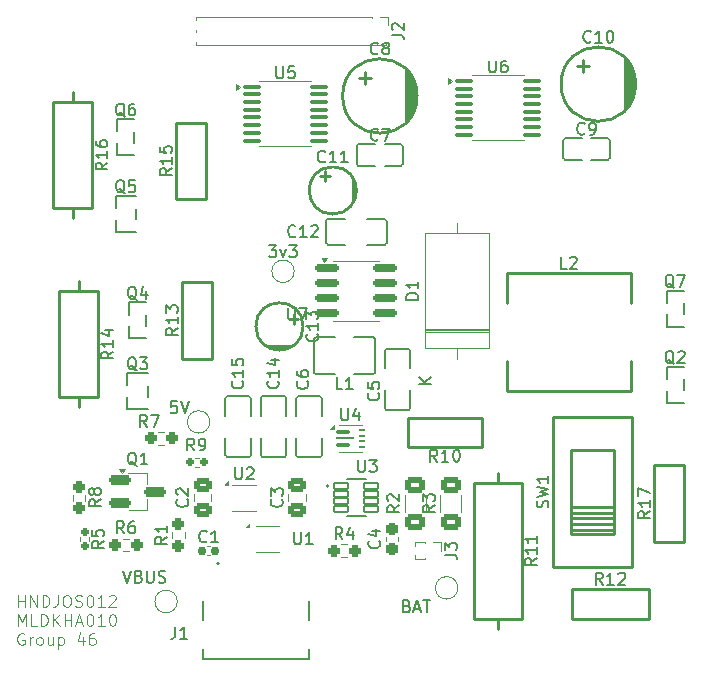
<source format=gbr>
%TF.GenerationSoftware,KiCad,Pcbnew,8.0.8*%
%TF.CreationDate,2025-03-28T13:39:47+02:00*%
%TF.ProjectId,Main PCB,4d61696e-2050-4434-922e-6b696361645f,v1*%
%TF.SameCoordinates,Original*%
%TF.FileFunction,Legend,Top*%
%TF.FilePolarity,Positive*%
%FSLAX46Y46*%
G04 Gerber Fmt 4.6, Leading zero omitted, Abs format (unit mm)*
G04 Created by KiCad (PCBNEW 8.0.8) date 2025-03-28 13:39:47*
%MOMM*%
%LPD*%
G01*
G04 APERTURE LIST*
G04 Aperture macros list*
%AMRoundRect*
0 Rectangle with rounded corners*
0 $1 Rounding radius*
0 $2 $3 $4 $5 $6 $7 $8 $9 X,Y pos of 4 corners*
0 Add a 4 corners polygon primitive as box body*
4,1,4,$2,$3,$4,$5,$6,$7,$8,$9,$2,$3,0*
0 Add four circle primitives for the rounded corners*
1,1,$1+$1,$2,$3*
1,1,$1+$1,$4,$5*
1,1,$1+$1,$6,$7*
1,1,$1+$1,$8,$9*
0 Add four rect primitives between the rounded corners*
20,1,$1+$1,$2,$3,$4,$5,0*
20,1,$1+$1,$4,$5,$6,$7,0*
20,1,$1+$1,$6,$7,$8,$9,0*
20,1,$1+$1,$8,$9,$2,$3,0*%
G04 Aperture macros list end*
%ADD10C,0.100000*%
%ADD11C,0.150000*%
%ADD12C,0.120000*%
%ADD13C,0.152500*%
%ADD14C,0.254000*%
%ADD15C,0.000000*%
%ADD16C,0.127000*%
%ADD17C,0.200000*%
%ADD18C,0.010000*%
%ADD19C,1.500000*%
%ADD20R,1.410000X1.350000*%
%ADD21RoundRect,0.250000X0.625000X-0.400000X0.625000X0.400000X-0.625000X0.400000X-0.625000X-0.400000X0*%
%ADD22O,2.900000X1.700000*%
%ADD23RoundRect,0.150000X-0.825000X-0.150000X0.825000X-0.150000X0.825000X0.150000X-0.825000X0.150000X0*%
%ADD24R,1.728000X1.485000*%
%ADD25R,1.250000X0.700000*%
%ADD26R,0.650000X0.350000*%
%ADD27R,1.000000X1.600000*%
%ADD28RoundRect,0.087500X-0.487500X-0.087500X0.487500X-0.087500X0.487500X0.087500X-0.487500X0.087500X0*%
%ADD29RoundRect,0.050000X-0.675000X-0.050000X0.675000X-0.050000X0.675000X0.050000X-0.675000X0.050000X0*%
%ADD30RoundRect,0.062500X-0.162500X-0.062500X0.162500X-0.062500X0.162500X0.062500X-0.162500X0.062500X0*%
%ADD31R,1.070000X0.600000*%
%ADD32R,0.850000X0.850000*%
%ADD33O,0.850000X0.850000*%
%ADD34C,1.600000*%
%ADD35C,1.200000*%
%ADD36RoundRect,0.237500X-0.237500X0.250000X-0.237500X-0.250000X0.237500X-0.250000X0.237500X0.250000X0*%
%ADD37C,0.650000*%
%ADD38O,1.154000X2.254000*%
%ADD39O,1.154000X1.954000*%
%ADD40RoundRect,0.200000X-0.750000X-0.200000X0.750000X-0.200000X0.750000X0.200000X-0.750000X0.200000X0*%
%ADD41R,1.635000X2.700000*%
%ADD42C,1.524000*%
%ADD43RoundRect,0.237500X-0.250000X-0.237500X0.250000X-0.237500X0.250000X0.237500X-0.250000X0.237500X0*%
%ADD44RoundRect,0.237500X0.237500X-0.250000X0.237500X0.250000X-0.237500X0.250000X-0.237500X-0.250000X0*%
%ADD45RoundRect,0.085500X-0.621500X-0.256500X0.621500X-0.256500X0.621500X0.256500X-0.621500X0.256500X0*%
%ADD46RoundRect,0.250000X0.475000X-0.337500X0.475000X0.337500X-0.475000X0.337500X-0.475000X-0.337500X0*%
%ADD47RoundRect,0.237500X0.237500X-0.300000X0.237500X0.300000X-0.237500X0.300000X-0.237500X-0.300000X0*%
%ADD48C,1.879500*%
%ADD49RoundRect,0.160000X-0.160000X0.197500X-0.160000X-0.197500X0.160000X-0.197500X0.160000X0.197500X0*%
%ADD50RoundRect,0.155000X-0.212500X-0.155000X0.212500X-0.155000X0.212500X0.155000X-0.212500X0.155000X0*%
%ADD51RoundRect,0.100000X-0.637500X-0.100000X0.637500X-0.100000X0.637500X0.100000X-0.637500X0.100000X0*%
%ADD52R,1.485000X1.728000*%
%ADD53RoundRect,0.160000X-0.197500X-0.160000X0.197500X-0.160000X0.197500X0.160000X-0.197500X0.160000X0*%
%ADD54R,2.950000X4.500000*%
%ADD55R,0.500000X0.300000*%
%ADD56R,1.050000X1.750000*%
%ADD57R,3.200000X3.200000*%
%ADD58O,3.200000X3.200000*%
G04 APERTURE END LIST*
D10*
X121853884Y-103252531D02*
X121853884Y-102252531D01*
X121853884Y-102728721D02*
X122425312Y-102728721D01*
X122425312Y-103252531D02*
X122425312Y-102252531D01*
X122901503Y-103252531D02*
X122901503Y-102252531D01*
X122901503Y-102252531D02*
X123472931Y-103252531D01*
X123472931Y-103252531D02*
X123472931Y-102252531D01*
X123949122Y-103252531D02*
X123949122Y-102252531D01*
X123949122Y-102252531D02*
X124187217Y-102252531D01*
X124187217Y-102252531D02*
X124330074Y-102300150D01*
X124330074Y-102300150D02*
X124425312Y-102395388D01*
X124425312Y-102395388D02*
X124472931Y-102490626D01*
X124472931Y-102490626D02*
X124520550Y-102681102D01*
X124520550Y-102681102D02*
X124520550Y-102823959D01*
X124520550Y-102823959D02*
X124472931Y-103014435D01*
X124472931Y-103014435D02*
X124425312Y-103109673D01*
X124425312Y-103109673D02*
X124330074Y-103204912D01*
X124330074Y-103204912D02*
X124187217Y-103252531D01*
X124187217Y-103252531D02*
X123949122Y-103252531D01*
X125234836Y-102252531D02*
X125234836Y-102966816D01*
X125234836Y-102966816D02*
X125187217Y-103109673D01*
X125187217Y-103109673D02*
X125091979Y-103204912D01*
X125091979Y-103204912D02*
X124949122Y-103252531D01*
X124949122Y-103252531D02*
X124853884Y-103252531D01*
X125901503Y-102252531D02*
X126091979Y-102252531D01*
X126091979Y-102252531D02*
X126187217Y-102300150D01*
X126187217Y-102300150D02*
X126282455Y-102395388D01*
X126282455Y-102395388D02*
X126330074Y-102585864D01*
X126330074Y-102585864D02*
X126330074Y-102919197D01*
X126330074Y-102919197D02*
X126282455Y-103109673D01*
X126282455Y-103109673D02*
X126187217Y-103204912D01*
X126187217Y-103204912D02*
X126091979Y-103252531D01*
X126091979Y-103252531D02*
X125901503Y-103252531D01*
X125901503Y-103252531D02*
X125806265Y-103204912D01*
X125806265Y-103204912D02*
X125711027Y-103109673D01*
X125711027Y-103109673D02*
X125663408Y-102919197D01*
X125663408Y-102919197D02*
X125663408Y-102585864D01*
X125663408Y-102585864D02*
X125711027Y-102395388D01*
X125711027Y-102395388D02*
X125806265Y-102300150D01*
X125806265Y-102300150D02*
X125901503Y-102252531D01*
X126711027Y-103204912D02*
X126853884Y-103252531D01*
X126853884Y-103252531D02*
X127091979Y-103252531D01*
X127091979Y-103252531D02*
X127187217Y-103204912D01*
X127187217Y-103204912D02*
X127234836Y-103157292D01*
X127234836Y-103157292D02*
X127282455Y-103062054D01*
X127282455Y-103062054D02*
X127282455Y-102966816D01*
X127282455Y-102966816D02*
X127234836Y-102871578D01*
X127234836Y-102871578D02*
X127187217Y-102823959D01*
X127187217Y-102823959D02*
X127091979Y-102776340D01*
X127091979Y-102776340D02*
X126901503Y-102728721D01*
X126901503Y-102728721D02*
X126806265Y-102681102D01*
X126806265Y-102681102D02*
X126758646Y-102633483D01*
X126758646Y-102633483D02*
X126711027Y-102538245D01*
X126711027Y-102538245D02*
X126711027Y-102443007D01*
X126711027Y-102443007D02*
X126758646Y-102347769D01*
X126758646Y-102347769D02*
X126806265Y-102300150D01*
X126806265Y-102300150D02*
X126901503Y-102252531D01*
X126901503Y-102252531D02*
X127139598Y-102252531D01*
X127139598Y-102252531D02*
X127282455Y-102300150D01*
X127901503Y-102252531D02*
X127996741Y-102252531D01*
X127996741Y-102252531D02*
X128091979Y-102300150D01*
X128091979Y-102300150D02*
X128139598Y-102347769D01*
X128139598Y-102347769D02*
X128187217Y-102443007D01*
X128187217Y-102443007D02*
X128234836Y-102633483D01*
X128234836Y-102633483D02*
X128234836Y-102871578D01*
X128234836Y-102871578D02*
X128187217Y-103062054D01*
X128187217Y-103062054D02*
X128139598Y-103157292D01*
X128139598Y-103157292D02*
X128091979Y-103204912D01*
X128091979Y-103204912D02*
X127996741Y-103252531D01*
X127996741Y-103252531D02*
X127901503Y-103252531D01*
X127901503Y-103252531D02*
X127806265Y-103204912D01*
X127806265Y-103204912D02*
X127758646Y-103157292D01*
X127758646Y-103157292D02*
X127711027Y-103062054D01*
X127711027Y-103062054D02*
X127663408Y-102871578D01*
X127663408Y-102871578D02*
X127663408Y-102633483D01*
X127663408Y-102633483D02*
X127711027Y-102443007D01*
X127711027Y-102443007D02*
X127758646Y-102347769D01*
X127758646Y-102347769D02*
X127806265Y-102300150D01*
X127806265Y-102300150D02*
X127901503Y-102252531D01*
X129187217Y-103252531D02*
X128615789Y-103252531D01*
X128901503Y-103252531D02*
X128901503Y-102252531D01*
X128901503Y-102252531D02*
X128806265Y-102395388D01*
X128806265Y-102395388D02*
X128711027Y-102490626D01*
X128711027Y-102490626D02*
X128615789Y-102538245D01*
X129568170Y-102347769D02*
X129615789Y-102300150D01*
X129615789Y-102300150D02*
X129711027Y-102252531D01*
X129711027Y-102252531D02*
X129949122Y-102252531D01*
X129949122Y-102252531D02*
X130044360Y-102300150D01*
X130044360Y-102300150D02*
X130091979Y-102347769D01*
X130091979Y-102347769D02*
X130139598Y-102443007D01*
X130139598Y-102443007D02*
X130139598Y-102538245D01*
X130139598Y-102538245D02*
X130091979Y-102681102D01*
X130091979Y-102681102D02*
X129520551Y-103252531D01*
X129520551Y-103252531D02*
X130139598Y-103252531D01*
X121853884Y-104862475D02*
X121853884Y-103862475D01*
X121853884Y-103862475D02*
X122187217Y-104576760D01*
X122187217Y-104576760D02*
X122520550Y-103862475D01*
X122520550Y-103862475D02*
X122520550Y-104862475D01*
X123472931Y-104862475D02*
X122996741Y-104862475D01*
X122996741Y-104862475D02*
X122996741Y-103862475D01*
X123806265Y-104862475D02*
X123806265Y-103862475D01*
X123806265Y-103862475D02*
X124044360Y-103862475D01*
X124044360Y-103862475D02*
X124187217Y-103910094D01*
X124187217Y-103910094D02*
X124282455Y-104005332D01*
X124282455Y-104005332D02*
X124330074Y-104100570D01*
X124330074Y-104100570D02*
X124377693Y-104291046D01*
X124377693Y-104291046D02*
X124377693Y-104433903D01*
X124377693Y-104433903D02*
X124330074Y-104624379D01*
X124330074Y-104624379D02*
X124282455Y-104719617D01*
X124282455Y-104719617D02*
X124187217Y-104814856D01*
X124187217Y-104814856D02*
X124044360Y-104862475D01*
X124044360Y-104862475D02*
X123806265Y-104862475D01*
X124806265Y-104862475D02*
X124806265Y-103862475D01*
X125377693Y-104862475D02*
X124949122Y-104291046D01*
X125377693Y-103862475D02*
X124806265Y-104433903D01*
X125806265Y-104862475D02*
X125806265Y-103862475D01*
X125806265Y-104338665D02*
X126377693Y-104338665D01*
X126377693Y-104862475D02*
X126377693Y-103862475D01*
X126806265Y-104576760D02*
X127282455Y-104576760D01*
X126711027Y-104862475D02*
X127044360Y-103862475D01*
X127044360Y-103862475D02*
X127377693Y-104862475D01*
X127901503Y-103862475D02*
X127996741Y-103862475D01*
X127996741Y-103862475D02*
X128091979Y-103910094D01*
X128091979Y-103910094D02*
X128139598Y-103957713D01*
X128139598Y-103957713D02*
X128187217Y-104052951D01*
X128187217Y-104052951D02*
X128234836Y-104243427D01*
X128234836Y-104243427D02*
X128234836Y-104481522D01*
X128234836Y-104481522D02*
X128187217Y-104671998D01*
X128187217Y-104671998D02*
X128139598Y-104767236D01*
X128139598Y-104767236D02*
X128091979Y-104814856D01*
X128091979Y-104814856D02*
X127996741Y-104862475D01*
X127996741Y-104862475D02*
X127901503Y-104862475D01*
X127901503Y-104862475D02*
X127806265Y-104814856D01*
X127806265Y-104814856D02*
X127758646Y-104767236D01*
X127758646Y-104767236D02*
X127711027Y-104671998D01*
X127711027Y-104671998D02*
X127663408Y-104481522D01*
X127663408Y-104481522D02*
X127663408Y-104243427D01*
X127663408Y-104243427D02*
X127711027Y-104052951D01*
X127711027Y-104052951D02*
X127758646Y-103957713D01*
X127758646Y-103957713D02*
X127806265Y-103910094D01*
X127806265Y-103910094D02*
X127901503Y-103862475D01*
X129187217Y-104862475D02*
X128615789Y-104862475D01*
X128901503Y-104862475D02*
X128901503Y-103862475D01*
X128901503Y-103862475D02*
X128806265Y-104005332D01*
X128806265Y-104005332D02*
X128711027Y-104100570D01*
X128711027Y-104100570D02*
X128615789Y-104148189D01*
X129806265Y-103862475D02*
X129901503Y-103862475D01*
X129901503Y-103862475D02*
X129996741Y-103910094D01*
X129996741Y-103910094D02*
X130044360Y-103957713D01*
X130044360Y-103957713D02*
X130091979Y-104052951D01*
X130091979Y-104052951D02*
X130139598Y-104243427D01*
X130139598Y-104243427D02*
X130139598Y-104481522D01*
X130139598Y-104481522D02*
X130091979Y-104671998D01*
X130091979Y-104671998D02*
X130044360Y-104767236D01*
X130044360Y-104767236D02*
X129996741Y-104814856D01*
X129996741Y-104814856D02*
X129901503Y-104862475D01*
X129901503Y-104862475D02*
X129806265Y-104862475D01*
X129806265Y-104862475D02*
X129711027Y-104814856D01*
X129711027Y-104814856D02*
X129663408Y-104767236D01*
X129663408Y-104767236D02*
X129615789Y-104671998D01*
X129615789Y-104671998D02*
X129568170Y-104481522D01*
X129568170Y-104481522D02*
X129568170Y-104243427D01*
X129568170Y-104243427D02*
X129615789Y-104052951D01*
X129615789Y-104052951D02*
X129663408Y-103957713D01*
X129663408Y-103957713D02*
X129711027Y-103910094D01*
X129711027Y-103910094D02*
X129806265Y-103862475D01*
X122377693Y-105520038D02*
X122282455Y-105472419D01*
X122282455Y-105472419D02*
X122139598Y-105472419D01*
X122139598Y-105472419D02*
X121996741Y-105520038D01*
X121996741Y-105520038D02*
X121901503Y-105615276D01*
X121901503Y-105615276D02*
X121853884Y-105710514D01*
X121853884Y-105710514D02*
X121806265Y-105900990D01*
X121806265Y-105900990D02*
X121806265Y-106043847D01*
X121806265Y-106043847D02*
X121853884Y-106234323D01*
X121853884Y-106234323D02*
X121901503Y-106329561D01*
X121901503Y-106329561D02*
X121996741Y-106424800D01*
X121996741Y-106424800D02*
X122139598Y-106472419D01*
X122139598Y-106472419D02*
X122234836Y-106472419D01*
X122234836Y-106472419D02*
X122377693Y-106424800D01*
X122377693Y-106424800D02*
X122425312Y-106377180D01*
X122425312Y-106377180D02*
X122425312Y-106043847D01*
X122425312Y-106043847D02*
X122234836Y-106043847D01*
X122853884Y-106472419D02*
X122853884Y-105805752D01*
X122853884Y-105996228D02*
X122901503Y-105900990D01*
X122901503Y-105900990D02*
X122949122Y-105853371D01*
X122949122Y-105853371D02*
X123044360Y-105805752D01*
X123044360Y-105805752D02*
X123139598Y-105805752D01*
X123615789Y-106472419D02*
X123520551Y-106424800D01*
X123520551Y-106424800D02*
X123472932Y-106377180D01*
X123472932Y-106377180D02*
X123425313Y-106281942D01*
X123425313Y-106281942D02*
X123425313Y-105996228D01*
X123425313Y-105996228D02*
X123472932Y-105900990D01*
X123472932Y-105900990D02*
X123520551Y-105853371D01*
X123520551Y-105853371D02*
X123615789Y-105805752D01*
X123615789Y-105805752D02*
X123758646Y-105805752D01*
X123758646Y-105805752D02*
X123853884Y-105853371D01*
X123853884Y-105853371D02*
X123901503Y-105900990D01*
X123901503Y-105900990D02*
X123949122Y-105996228D01*
X123949122Y-105996228D02*
X123949122Y-106281942D01*
X123949122Y-106281942D02*
X123901503Y-106377180D01*
X123901503Y-106377180D02*
X123853884Y-106424800D01*
X123853884Y-106424800D02*
X123758646Y-106472419D01*
X123758646Y-106472419D02*
X123615789Y-106472419D01*
X124806265Y-105805752D02*
X124806265Y-106472419D01*
X124377694Y-105805752D02*
X124377694Y-106329561D01*
X124377694Y-106329561D02*
X124425313Y-106424800D01*
X124425313Y-106424800D02*
X124520551Y-106472419D01*
X124520551Y-106472419D02*
X124663408Y-106472419D01*
X124663408Y-106472419D02*
X124758646Y-106424800D01*
X124758646Y-106424800D02*
X124806265Y-106377180D01*
X125282456Y-105805752D02*
X125282456Y-106805752D01*
X125282456Y-105853371D02*
X125377694Y-105805752D01*
X125377694Y-105805752D02*
X125568170Y-105805752D01*
X125568170Y-105805752D02*
X125663408Y-105853371D01*
X125663408Y-105853371D02*
X125711027Y-105900990D01*
X125711027Y-105900990D02*
X125758646Y-105996228D01*
X125758646Y-105996228D02*
X125758646Y-106281942D01*
X125758646Y-106281942D02*
X125711027Y-106377180D01*
X125711027Y-106377180D02*
X125663408Y-106424800D01*
X125663408Y-106424800D02*
X125568170Y-106472419D01*
X125568170Y-106472419D02*
X125377694Y-106472419D01*
X125377694Y-106472419D02*
X125282456Y-106424800D01*
X127377694Y-105805752D02*
X127377694Y-106472419D01*
X127139599Y-105424800D02*
X126901504Y-106139085D01*
X126901504Y-106139085D02*
X127520551Y-106139085D01*
X128330075Y-105472419D02*
X128139599Y-105472419D01*
X128139599Y-105472419D02*
X128044361Y-105520038D01*
X128044361Y-105520038D02*
X127996742Y-105567657D01*
X127996742Y-105567657D02*
X127901504Y-105710514D01*
X127901504Y-105710514D02*
X127853885Y-105900990D01*
X127853885Y-105900990D02*
X127853885Y-106281942D01*
X127853885Y-106281942D02*
X127901504Y-106377180D01*
X127901504Y-106377180D02*
X127949123Y-106424800D01*
X127949123Y-106424800D02*
X128044361Y-106472419D01*
X128044361Y-106472419D02*
X128234837Y-106472419D01*
X128234837Y-106472419D02*
X128330075Y-106424800D01*
X128330075Y-106424800D02*
X128377694Y-106377180D01*
X128377694Y-106377180D02*
X128425313Y-106281942D01*
X128425313Y-106281942D02*
X128425313Y-106043847D01*
X128425313Y-106043847D02*
X128377694Y-105948609D01*
X128377694Y-105948609D02*
X128330075Y-105900990D01*
X128330075Y-105900990D02*
X128234837Y-105853371D01*
X128234837Y-105853371D02*
X128044361Y-105853371D01*
X128044361Y-105853371D02*
X127949123Y-105900990D01*
X127949123Y-105900990D02*
X127901504Y-105948609D01*
X127901504Y-105948609D02*
X127853885Y-106043847D01*
D11*
X143109524Y-72656819D02*
X143728571Y-72656819D01*
X143728571Y-72656819D02*
X143395238Y-73037771D01*
X143395238Y-73037771D02*
X143538095Y-73037771D01*
X143538095Y-73037771D02*
X143633333Y-73085390D01*
X143633333Y-73085390D02*
X143680952Y-73133009D01*
X143680952Y-73133009D02*
X143728571Y-73228247D01*
X143728571Y-73228247D02*
X143728571Y-73466342D01*
X143728571Y-73466342D02*
X143680952Y-73561580D01*
X143680952Y-73561580D02*
X143633333Y-73609200D01*
X143633333Y-73609200D02*
X143538095Y-73656819D01*
X143538095Y-73656819D02*
X143252381Y-73656819D01*
X143252381Y-73656819D02*
X143157143Y-73609200D01*
X143157143Y-73609200D02*
X143109524Y-73561580D01*
X144061905Y-72990152D02*
X144300000Y-73656819D01*
X144300000Y-73656819D02*
X144538095Y-72990152D01*
X144823810Y-72656819D02*
X145442857Y-72656819D01*
X145442857Y-72656819D02*
X145109524Y-73037771D01*
X145109524Y-73037771D02*
X145252381Y-73037771D01*
X145252381Y-73037771D02*
X145347619Y-73085390D01*
X145347619Y-73085390D02*
X145395238Y-73133009D01*
X145395238Y-73133009D02*
X145442857Y-73228247D01*
X145442857Y-73228247D02*
X145442857Y-73466342D01*
X145442857Y-73466342D02*
X145395238Y-73561580D01*
X145395238Y-73561580D02*
X145347619Y-73609200D01*
X145347619Y-73609200D02*
X145252381Y-73656819D01*
X145252381Y-73656819D02*
X144966667Y-73656819D01*
X144966667Y-73656819D02*
X144871429Y-73609200D01*
X144871429Y-73609200D02*
X144823810Y-73561580D01*
X135309523Y-85856819D02*
X134833333Y-85856819D01*
X134833333Y-85856819D02*
X134785714Y-86333009D01*
X134785714Y-86333009D02*
X134833333Y-86285390D01*
X134833333Y-86285390D02*
X134928571Y-86237771D01*
X134928571Y-86237771D02*
X135166666Y-86237771D01*
X135166666Y-86237771D02*
X135261904Y-86285390D01*
X135261904Y-86285390D02*
X135309523Y-86333009D01*
X135309523Y-86333009D02*
X135357142Y-86428247D01*
X135357142Y-86428247D02*
X135357142Y-86666342D01*
X135357142Y-86666342D02*
X135309523Y-86761580D01*
X135309523Y-86761580D02*
X135261904Y-86809200D01*
X135261904Y-86809200D02*
X135166666Y-86856819D01*
X135166666Y-86856819D02*
X134928571Y-86856819D01*
X134928571Y-86856819D02*
X134833333Y-86809200D01*
X134833333Y-86809200D02*
X134785714Y-86761580D01*
X135642857Y-85856819D02*
X135976190Y-86856819D01*
X135976190Y-86856819D02*
X136309523Y-85856819D01*
X154811904Y-103183009D02*
X154954761Y-103230628D01*
X154954761Y-103230628D02*
X155002380Y-103278247D01*
X155002380Y-103278247D02*
X155049999Y-103373485D01*
X155049999Y-103373485D02*
X155049999Y-103516342D01*
X155049999Y-103516342D02*
X155002380Y-103611580D01*
X155002380Y-103611580D02*
X154954761Y-103659200D01*
X154954761Y-103659200D02*
X154859523Y-103706819D01*
X154859523Y-103706819D02*
X154478571Y-103706819D01*
X154478571Y-103706819D02*
X154478571Y-102706819D01*
X154478571Y-102706819D02*
X154811904Y-102706819D01*
X154811904Y-102706819D02*
X154907142Y-102754438D01*
X154907142Y-102754438D02*
X154954761Y-102802057D01*
X154954761Y-102802057D02*
X155002380Y-102897295D01*
X155002380Y-102897295D02*
X155002380Y-102992533D01*
X155002380Y-102992533D02*
X154954761Y-103087771D01*
X154954761Y-103087771D02*
X154907142Y-103135390D01*
X154907142Y-103135390D02*
X154811904Y-103183009D01*
X154811904Y-103183009D02*
X154478571Y-103183009D01*
X155430952Y-103421104D02*
X155907142Y-103421104D01*
X155335714Y-103706819D02*
X155669047Y-102706819D01*
X155669047Y-102706819D02*
X156002380Y-103706819D01*
X156192857Y-102706819D02*
X156764285Y-102706819D01*
X156478571Y-103706819D02*
X156478571Y-102706819D01*
X130766667Y-100206819D02*
X131100000Y-101206819D01*
X131100000Y-101206819D02*
X131433333Y-100206819D01*
X132100000Y-100683009D02*
X132242857Y-100730628D01*
X132242857Y-100730628D02*
X132290476Y-100778247D01*
X132290476Y-100778247D02*
X132338095Y-100873485D01*
X132338095Y-100873485D02*
X132338095Y-101016342D01*
X132338095Y-101016342D02*
X132290476Y-101111580D01*
X132290476Y-101111580D02*
X132242857Y-101159200D01*
X132242857Y-101159200D02*
X132147619Y-101206819D01*
X132147619Y-101206819D02*
X131766667Y-101206819D01*
X131766667Y-101206819D02*
X131766667Y-100206819D01*
X131766667Y-100206819D02*
X132100000Y-100206819D01*
X132100000Y-100206819D02*
X132195238Y-100254438D01*
X132195238Y-100254438D02*
X132242857Y-100302057D01*
X132242857Y-100302057D02*
X132290476Y-100397295D01*
X132290476Y-100397295D02*
X132290476Y-100492533D01*
X132290476Y-100492533D02*
X132242857Y-100587771D01*
X132242857Y-100587771D02*
X132195238Y-100635390D01*
X132195238Y-100635390D02*
X132100000Y-100683009D01*
X132100000Y-100683009D02*
X131766667Y-100683009D01*
X132766667Y-100206819D02*
X132766667Y-101016342D01*
X132766667Y-101016342D02*
X132814286Y-101111580D01*
X132814286Y-101111580D02*
X132861905Y-101159200D01*
X132861905Y-101159200D02*
X132957143Y-101206819D01*
X132957143Y-101206819D02*
X133147619Y-101206819D01*
X133147619Y-101206819D02*
X133242857Y-101159200D01*
X133242857Y-101159200D02*
X133290476Y-101111580D01*
X133290476Y-101111580D02*
X133338095Y-101016342D01*
X133338095Y-101016342D02*
X133338095Y-100206819D01*
X133766667Y-101159200D02*
X133909524Y-101206819D01*
X133909524Y-101206819D02*
X134147619Y-101206819D01*
X134147619Y-101206819D02*
X134242857Y-101159200D01*
X134242857Y-101159200D02*
X134290476Y-101111580D01*
X134290476Y-101111580D02*
X134338095Y-101016342D01*
X134338095Y-101016342D02*
X134338095Y-100921104D01*
X134338095Y-100921104D02*
X134290476Y-100825866D01*
X134290476Y-100825866D02*
X134242857Y-100778247D01*
X134242857Y-100778247D02*
X134147619Y-100730628D01*
X134147619Y-100730628D02*
X133957143Y-100683009D01*
X133957143Y-100683009D02*
X133861905Y-100635390D01*
X133861905Y-100635390D02*
X133814286Y-100587771D01*
X133814286Y-100587771D02*
X133766667Y-100492533D01*
X133766667Y-100492533D02*
X133766667Y-100397295D01*
X133766667Y-100397295D02*
X133814286Y-100302057D01*
X133814286Y-100302057D02*
X133861905Y-100254438D01*
X133861905Y-100254438D02*
X133957143Y-100206819D01*
X133957143Y-100206819D02*
X134195238Y-100206819D01*
X134195238Y-100206819D02*
X134338095Y-100254438D01*
X152333333Y-63679830D02*
X152285714Y-63727450D01*
X152285714Y-63727450D02*
X152142857Y-63775069D01*
X152142857Y-63775069D02*
X152047619Y-63775069D01*
X152047619Y-63775069D02*
X151904762Y-63727450D01*
X151904762Y-63727450D02*
X151809524Y-63632211D01*
X151809524Y-63632211D02*
X151761905Y-63536973D01*
X151761905Y-63536973D02*
X151714286Y-63346497D01*
X151714286Y-63346497D02*
X151714286Y-63203640D01*
X151714286Y-63203640D02*
X151761905Y-63013164D01*
X151761905Y-63013164D02*
X151809524Y-62917926D01*
X151809524Y-62917926D02*
X151904762Y-62822688D01*
X151904762Y-62822688D02*
X152047619Y-62775069D01*
X152047619Y-62775069D02*
X152142857Y-62775069D01*
X152142857Y-62775069D02*
X152285714Y-62822688D01*
X152285714Y-62822688D02*
X152333333Y-62870307D01*
X152666667Y-62775069D02*
X153333333Y-62775069D01*
X153333333Y-62775069D02*
X152904762Y-63775069D01*
X157134819Y-94666666D02*
X156658628Y-94999999D01*
X157134819Y-95238094D02*
X156134819Y-95238094D01*
X156134819Y-95238094D02*
X156134819Y-94857142D01*
X156134819Y-94857142D02*
X156182438Y-94761904D01*
X156182438Y-94761904D02*
X156230057Y-94714285D01*
X156230057Y-94714285D02*
X156325295Y-94666666D01*
X156325295Y-94666666D02*
X156468152Y-94666666D01*
X156468152Y-94666666D02*
X156563390Y-94714285D01*
X156563390Y-94714285D02*
X156611009Y-94761904D01*
X156611009Y-94761904D02*
X156658628Y-94857142D01*
X156658628Y-94857142D02*
X156658628Y-95238094D01*
X156134819Y-94333332D02*
X156134819Y-93714285D01*
X156134819Y-93714285D02*
X156515771Y-94047618D01*
X156515771Y-94047618D02*
X156515771Y-93904761D01*
X156515771Y-93904761D02*
X156563390Y-93809523D01*
X156563390Y-93809523D02*
X156611009Y-93761904D01*
X156611009Y-93761904D02*
X156706247Y-93714285D01*
X156706247Y-93714285D02*
X156944342Y-93714285D01*
X156944342Y-93714285D02*
X157039580Y-93761904D01*
X157039580Y-93761904D02*
X157087200Y-93809523D01*
X157087200Y-93809523D02*
X157134819Y-93904761D01*
X157134819Y-93904761D02*
X157134819Y-94190475D01*
X157134819Y-94190475D02*
X157087200Y-94285713D01*
X157087200Y-94285713D02*
X157039580Y-94333332D01*
X166730200Y-94833332D02*
X166777819Y-94690475D01*
X166777819Y-94690475D02*
X166777819Y-94452380D01*
X166777819Y-94452380D02*
X166730200Y-94357142D01*
X166730200Y-94357142D02*
X166682580Y-94309523D01*
X166682580Y-94309523D02*
X166587342Y-94261904D01*
X166587342Y-94261904D02*
X166492104Y-94261904D01*
X166492104Y-94261904D02*
X166396866Y-94309523D01*
X166396866Y-94309523D02*
X166349247Y-94357142D01*
X166349247Y-94357142D02*
X166301628Y-94452380D01*
X166301628Y-94452380D02*
X166254009Y-94642856D01*
X166254009Y-94642856D02*
X166206390Y-94738094D01*
X166206390Y-94738094D02*
X166158771Y-94785713D01*
X166158771Y-94785713D02*
X166063533Y-94833332D01*
X166063533Y-94833332D02*
X165968295Y-94833332D01*
X165968295Y-94833332D02*
X165873057Y-94785713D01*
X165873057Y-94785713D02*
X165825438Y-94738094D01*
X165825438Y-94738094D02*
X165777819Y-94642856D01*
X165777819Y-94642856D02*
X165777819Y-94404761D01*
X165777819Y-94404761D02*
X165825438Y-94261904D01*
X165777819Y-93928570D02*
X166777819Y-93690475D01*
X166777819Y-93690475D02*
X166063533Y-93499999D01*
X166063533Y-93499999D02*
X166777819Y-93309523D01*
X166777819Y-93309523D02*
X165777819Y-93071428D01*
X166777819Y-92166666D02*
X166777819Y-92738094D01*
X166777819Y-92452380D02*
X165777819Y-92452380D01*
X165777819Y-92452380D02*
X165920676Y-92547618D01*
X165920676Y-92547618D02*
X166015914Y-92642856D01*
X166015914Y-92642856D02*
X166063533Y-92738094D01*
X144738095Y-77954819D02*
X144738095Y-78764342D01*
X144738095Y-78764342D02*
X144785714Y-78859580D01*
X144785714Y-78859580D02*
X144833333Y-78907200D01*
X144833333Y-78907200D02*
X144928571Y-78954819D01*
X144928571Y-78954819D02*
X145119047Y-78954819D01*
X145119047Y-78954819D02*
X145214285Y-78907200D01*
X145214285Y-78907200D02*
X145261904Y-78859580D01*
X145261904Y-78859580D02*
X145309523Y-78764342D01*
X145309523Y-78764342D02*
X145309523Y-77954819D01*
X145690476Y-77954819D02*
X146357142Y-77954819D01*
X146357142Y-77954819D02*
X145928571Y-78954819D01*
X143859580Y-84142857D02*
X143907200Y-84190476D01*
X143907200Y-84190476D02*
X143954819Y-84333333D01*
X143954819Y-84333333D02*
X143954819Y-84428571D01*
X143954819Y-84428571D02*
X143907200Y-84571428D01*
X143907200Y-84571428D02*
X143811961Y-84666666D01*
X143811961Y-84666666D02*
X143716723Y-84714285D01*
X143716723Y-84714285D02*
X143526247Y-84761904D01*
X143526247Y-84761904D02*
X143383390Y-84761904D01*
X143383390Y-84761904D02*
X143192914Y-84714285D01*
X143192914Y-84714285D02*
X143097676Y-84666666D01*
X143097676Y-84666666D02*
X143002438Y-84571428D01*
X143002438Y-84571428D02*
X142954819Y-84428571D01*
X142954819Y-84428571D02*
X142954819Y-84333333D01*
X142954819Y-84333333D02*
X143002438Y-84190476D01*
X143002438Y-84190476D02*
X143050057Y-84142857D01*
X143954819Y-83190476D02*
X143954819Y-83761904D01*
X143954819Y-83476190D02*
X142954819Y-83476190D01*
X142954819Y-83476190D02*
X143097676Y-83571428D01*
X143097676Y-83571428D02*
X143192914Y-83666666D01*
X143192914Y-83666666D02*
X143240533Y-83761904D01*
X143288152Y-82333333D02*
X143954819Y-82333333D01*
X142907200Y-82571428D02*
X143621485Y-82809523D01*
X143621485Y-82809523D02*
X143621485Y-82190476D01*
X131904761Y-77247807D02*
X131809523Y-77200188D01*
X131809523Y-77200188D02*
X131714285Y-77104950D01*
X131714285Y-77104950D02*
X131571428Y-76962092D01*
X131571428Y-76962092D02*
X131476190Y-76914473D01*
X131476190Y-76914473D02*
X131380952Y-76914473D01*
X131428571Y-77152569D02*
X131333333Y-77104950D01*
X131333333Y-77104950D02*
X131238095Y-77009711D01*
X131238095Y-77009711D02*
X131190476Y-76819235D01*
X131190476Y-76819235D02*
X131190476Y-76485902D01*
X131190476Y-76485902D02*
X131238095Y-76295426D01*
X131238095Y-76295426D02*
X131333333Y-76200188D01*
X131333333Y-76200188D02*
X131428571Y-76152569D01*
X131428571Y-76152569D02*
X131619047Y-76152569D01*
X131619047Y-76152569D02*
X131714285Y-76200188D01*
X131714285Y-76200188D02*
X131809523Y-76295426D01*
X131809523Y-76295426D02*
X131857142Y-76485902D01*
X131857142Y-76485902D02*
X131857142Y-76819235D01*
X131857142Y-76819235D02*
X131809523Y-77009711D01*
X131809523Y-77009711D02*
X131714285Y-77104950D01*
X131714285Y-77104950D02*
X131619047Y-77152569D01*
X131619047Y-77152569D02*
X131428571Y-77152569D01*
X132714285Y-76485902D02*
X132714285Y-77152569D01*
X132476190Y-76104950D02*
X132238095Y-76819235D01*
X132238095Y-76819235D02*
X132857142Y-76819235D01*
X130904761Y-61747807D02*
X130809523Y-61700188D01*
X130809523Y-61700188D02*
X130714285Y-61604950D01*
X130714285Y-61604950D02*
X130571428Y-61462092D01*
X130571428Y-61462092D02*
X130476190Y-61414473D01*
X130476190Y-61414473D02*
X130380952Y-61414473D01*
X130428571Y-61652569D02*
X130333333Y-61604950D01*
X130333333Y-61604950D02*
X130238095Y-61509711D01*
X130238095Y-61509711D02*
X130190476Y-61319235D01*
X130190476Y-61319235D02*
X130190476Y-60985902D01*
X130190476Y-60985902D02*
X130238095Y-60795426D01*
X130238095Y-60795426D02*
X130333333Y-60700188D01*
X130333333Y-60700188D02*
X130428571Y-60652569D01*
X130428571Y-60652569D02*
X130619047Y-60652569D01*
X130619047Y-60652569D02*
X130714285Y-60700188D01*
X130714285Y-60700188D02*
X130809523Y-60795426D01*
X130809523Y-60795426D02*
X130857142Y-60985902D01*
X130857142Y-60985902D02*
X130857142Y-61319235D01*
X130857142Y-61319235D02*
X130809523Y-61509711D01*
X130809523Y-61509711D02*
X130714285Y-61604950D01*
X130714285Y-61604950D02*
X130619047Y-61652569D01*
X130619047Y-61652569D02*
X130428571Y-61652569D01*
X131714285Y-60652569D02*
X131523809Y-60652569D01*
X131523809Y-60652569D02*
X131428571Y-60700188D01*
X131428571Y-60700188D02*
X131380952Y-60747807D01*
X131380952Y-60747807D02*
X131285714Y-60890664D01*
X131285714Y-60890664D02*
X131238095Y-61081140D01*
X131238095Y-61081140D02*
X131238095Y-61462092D01*
X131238095Y-61462092D02*
X131285714Y-61557330D01*
X131285714Y-61557330D02*
X131333333Y-61604950D01*
X131333333Y-61604950D02*
X131428571Y-61652569D01*
X131428571Y-61652569D02*
X131619047Y-61652569D01*
X131619047Y-61652569D02*
X131714285Y-61604950D01*
X131714285Y-61604950D02*
X131761904Y-61557330D01*
X131761904Y-61557330D02*
X131809523Y-61462092D01*
X131809523Y-61462092D02*
X131809523Y-61223997D01*
X131809523Y-61223997D02*
X131761904Y-61128759D01*
X131761904Y-61128759D02*
X131714285Y-61081140D01*
X131714285Y-61081140D02*
X131619047Y-61033521D01*
X131619047Y-61033521D02*
X131428571Y-61033521D01*
X131428571Y-61033521D02*
X131333333Y-61081140D01*
X131333333Y-61081140D02*
X131285714Y-61128759D01*
X131285714Y-61128759D02*
X131238095Y-61223997D01*
X145238095Y-96954819D02*
X145238095Y-97764342D01*
X145238095Y-97764342D02*
X145285714Y-97859580D01*
X145285714Y-97859580D02*
X145333333Y-97907200D01*
X145333333Y-97907200D02*
X145428571Y-97954819D01*
X145428571Y-97954819D02*
X145619047Y-97954819D01*
X145619047Y-97954819D02*
X145714285Y-97907200D01*
X145714285Y-97907200D02*
X145761904Y-97859580D01*
X145761904Y-97859580D02*
X145809523Y-97764342D01*
X145809523Y-97764342D02*
X145809523Y-96954819D01*
X146809523Y-97954819D02*
X146238095Y-97954819D01*
X146523809Y-97954819D02*
X146523809Y-96954819D01*
X146523809Y-96954819D02*
X146428571Y-97097676D01*
X146428571Y-97097676D02*
X146333333Y-97192914D01*
X146333333Y-97192914D02*
X146238095Y-97240533D01*
X149238095Y-86454819D02*
X149238095Y-87264342D01*
X149238095Y-87264342D02*
X149285714Y-87359580D01*
X149285714Y-87359580D02*
X149333333Y-87407200D01*
X149333333Y-87407200D02*
X149428571Y-87454819D01*
X149428571Y-87454819D02*
X149619047Y-87454819D01*
X149619047Y-87454819D02*
X149714285Y-87407200D01*
X149714285Y-87407200D02*
X149761904Y-87359580D01*
X149761904Y-87359580D02*
X149809523Y-87264342D01*
X149809523Y-87264342D02*
X149809523Y-86454819D01*
X150714285Y-86788152D02*
X150714285Y-87454819D01*
X150476190Y-86407200D02*
X150238095Y-87121485D01*
X150238095Y-87121485D02*
X150857142Y-87121485D01*
X130904761Y-68237807D02*
X130809523Y-68190188D01*
X130809523Y-68190188D02*
X130714285Y-68094950D01*
X130714285Y-68094950D02*
X130571428Y-67952092D01*
X130571428Y-67952092D02*
X130476190Y-67904473D01*
X130476190Y-67904473D02*
X130380952Y-67904473D01*
X130428571Y-68142569D02*
X130333333Y-68094950D01*
X130333333Y-68094950D02*
X130238095Y-67999711D01*
X130238095Y-67999711D02*
X130190476Y-67809235D01*
X130190476Y-67809235D02*
X130190476Y-67475902D01*
X130190476Y-67475902D02*
X130238095Y-67285426D01*
X130238095Y-67285426D02*
X130333333Y-67190188D01*
X130333333Y-67190188D02*
X130428571Y-67142569D01*
X130428571Y-67142569D02*
X130619047Y-67142569D01*
X130619047Y-67142569D02*
X130714285Y-67190188D01*
X130714285Y-67190188D02*
X130809523Y-67285426D01*
X130809523Y-67285426D02*
X130857142Y-67475902D01*
X130857142Y-67475902D02*
X130857142Y-67809235D01*
X130857142Y-67809235D02*
X130809523Y-67999711D01*
X130809523Y-67999711D02*
X130714285Y-68094950D01*
X130714285Y-68094950D02*
X130619047Y-68142569D01*
X130619047Y-68142569D02*
X130428571Y-68142569D01*
X131761904Y-67142569D02*
X131285714Y-67142569D01*
X131285714Y-67142569D02*
X131238095Y-67618759D01*
X131238095Y-67618759D02*
X131285714Y-67571140D01*
X131285714Y-67571140D02*
X131380952Y-67523521D01*
X131380952Y-67523521D02*
X131619047Y-67523521D01*
X131619047Y-67523521D02*
X131714285Y-67571140D01*
X131714285Y-67571140D02*
X131761904Y-67618759D01*
X131761904Y-67618759D02*
X131809523Y-67713997D01*
X131809523Y-67713997D02*
X131809523Y-67952092D01*
X131809523Y-67952092D02*
X131761904Y-68047330D01*
X131761904Y-68047330D02*
X131714285Y-68094950D01*
X131714285Y-68094950D02*
X131619047Y-68142569D01*
X131619047Y-68142569D02*
X131380952Y-68142569D01*
X131380952Y-68142569D02*
X131285714Y-68094950D01*
X131285714Y-68094950D02*
X131238095Y-68047330D01*
X154134819Y-94666666D02*
X153658628Y-94999999D01*
X154134819Y-95238094D02*
X153134819Y-95238094D01*
X153134819Y-95238094D02*
X153134819Y-94857142D01*
X153134819Y-94857142D02*
X153182438Y-94761904D01*
X153182438Y-94761904D02*
X153230057Y-94714285D01*
X153230057Y-94714285D02*
X153325295Y-94666666D01*
X153325295Y-94666666D02*
X153468152Y-94666666D01*
X153468152Y-94666666D02*
X153563390Y-94714285D01*
X153563390Y-94714285D02*
X153611009Y-94761904D01*
X153611009Y-94761904D02*
X153658628Y-94857142D01*
X153658628Y-94857142D02*
X153658628Y-95238094D01*
X153230057Y-94285713D02*
X153182438Y-94238094D01*
X153182438Y-94238094D02*
X153134819Y-94142856D01*
X153134819Y-94142856D02*
X153134819Y-93904761D01*
X153134819Y-93904761D02*
X153182438Y-93809523D01*
X153182438Y-93809523D02*
X153230057Y-93761904D01*
X153230057Y-93761904D02*
X153325295Y-93714285D01*
X153325295Y-93714285D02*
X153420533Y-93714285D01*
X153420533Y-93714285D02*
X153563390Y-93761904D01*
X153563390Y-93761904D02*
X154134819Y-94333332D01*
X154134819Y-94333332D02*
X154134819Y-93714285D01*
X158014819Y-98833333D02*
X158729104Y-98833333D01*
X158729104Y-98833333D02*
X158871961Y-98880952D01*
X158871961Y-98880952D02*
X158967200Y-98976190D01*
X158967200Y-98976190D02*
X159014819Y-99119047D01*
X159014819Y-99119047D02*
X159014819Y-99214285D01*
X158014819Y-98452380D02*
X158014819Y-97833333D01*
X158014819Y-97833333D02*
X158395771Y-98166666D01*
X158395771Y-98166666D02*
X158395771Y-98023809D01*
X158395771Y-98023809D02*
X158443390Y-97928571D01*
X158443390Y-97928571D02*
X158491009Y-97880952D01*
X158491009Y-97880952D02*
X158586247Y-97833333D01*
X158586247Y-97833333D02*
X158824342Y-97833333D01*
X158824342Y-97833333D02*
X158919580Y-97880952D01*
X158919580Y-97880952D02*
X158967200Y-97928571D01*
X158967200Y-97928571D02*
X159014819Y-98023809D01*
X159014819Y-98023809D02*
X159014819Y-98309523D01*
X159014819Y-98309523D02*
X158967200Y-98404761D01*
X158967200Y-98404761D02*
X158919580Y-98452380D01*
X170357142Y-55383080D02*
X170309523Y-55430700D01*
X170309523Y-55430700D02*
X170166666Y-55478319D01*
X170166666Y-55478319D02*
X170071428Y-55478319D01*
X170071428Y-55478319D02*
X169928571Y-55430700D01*
X169928571Y-55430700D02*
X169833333Y-55335461D01*
X169833333Y-55335461D02*
X169785714Y-55240223D01*
X169785714Y-55240223D02*
X169738095Y-55049747D01*
X169738095Y-55049747D02*
X169738095Y-54906890D01*
X169738095Y-54906890D02*
X169785714Y-54716414D01*
X169785714Y-54716414D02*
X169833333Y-54621176D01*
X169833333Y-54621176D02*
X169928571Y-54525938D01*
X169928571Y-54525938D02*
X170071428Y-54478319D01*
X170071428Y-54478319D02*
X170166666Y-54478319D01*
X170166666Y-54478319D02*
X170309523Y-54525938D01*
X170309523Y-54525938D02*
X170357142Y-54573557D01*
X171309523Y-55478319D02*
X170738095Y-55478319D01*
X171023809Y-55478319D02*
X171023809Y-54478319D01*
X171023809Y-54478319D02*
X170928571Y-54621176D01*
X170928571Y-54621176D02*
X170833333Y-54716414D01*
X170833333Y-54716414D02*
X170738095Y-54764033D01*
X171928571Y-54478319D02*
X172023809Y-54478319D01*
X172023809Y-54478319D02*
X172119047Y-54525938D01*
X172119047Y-54525938D02*
X172166666Y-54573557D01*
X172166666Y-54573557D02*
X172214285Y-54668795D01*
X172214285Y-54668795D02*
X172261904Y-54859271D01*
X172261904Y-54859271D02*
X172261904Y-55097366D01*
X172261904Y-55097366D02*
X172214285Y-55287842D01*
X172214285Y-55287842D02*
X172166666Y-55383080D01*
X172166666Y-55383080D02*
X172119047Y-55430700D01*
X172119047Y-55430700D02*
X172023809Y-55478319D01*
X172023809Y-55478319D02*
X171928571Y-55478319D01*
X171928571Y-55478319D02*
X171833333Y-55430700D01*
X171833333Y-55430700D02*
X171785714Y-55383080D01*
X171785714Y-55383080D02*
X171738095Y-55287842D01*
X171738095Y-55287842D02*
X171690476Y-55097366D01*
X171690476Y-55097366D02*
X171690476Y-54859271D01*
X171690476Y-54859271D02*
X171738095Y-54668795D01*
X171738095Y-54668795D02*
X171785714Y-54573557D01*
X171785714Y-54573557D02*
X171833333Y-54525938D01*
X171833333Y-54525938D02*
X171928571Y-54478319D01*
X147185580Y-80157857D02*
X147233200Y-80205476D01*
X147233200Y-80205476D02*
X147280819Y-80348333D01*
X147280819Y-80348333D02*
X147280819Y-80443571D01*
X147280819Y-80443571D02*
X147233200Y-80586428D01*
X147233200Y-80586428D02*
X147137961Y-80681666D01*
X147137961Y-80681666D02*
X147042723Y-80729285D01*
X147042723Y-80729285D02*
X146852247Y-80776904D01*
X146852247Y-80776904D02*
X146709390Y-80776904D01*
X146709390Y-80776904D02*
X146518914Y-80729285D01*
X146518914Y-80729285D02*
X146423676Y-80681666D01*
X146423676Y-80681666D02*
X146328438Y-80586428D01*
X146328438Y-80586428D02*
X146280819Y-80443571D01*
X146280819Y-80443571D02*
X146280819Y-80348333D01*
X146280819Y-80348333D02*
X146328438Y-80205476D01*
X146328438Y-80205476D02*
X146376057Y-80157857D01*
X147280819Y-79205476D02*
X147280819Y-79776904D01*
X147280819Y-79491190D02*
X146280819Y-79491190D01*
X146280819Y-79491190D02*
X146423676Y-79586428D01*
X146423676Y-79586428D02*
X146518914Y-79681666D01*
X146518914Y-79681666D02*
X146566533Y-79776904D01*
X146280819Y-78872142D02*
X146280819Y-78253095D01*
X146280819Y-78253095D02*
X146661771Y-78586428D01*
X146661771Y-78586428D02*
X146661771Y-78443571D01*
X146661771Y-78443571D02*
X146709390Y-78348333D01*
X146709390Y-78348333D02*
X146757009Y-78300714D01*
X146757009Y-78300714D02*
X146852247Y-78253095D01*
X146852247Y-78253095D02*
X147090342Y-78253095D01*
X147090342Y-78253095D02*
X147185580Y-78300714D01*
X147185580Y-78300714D02*
X147233200Y-78348333D01*
X147233200Y-78348333D02*
X147280819Y-78443571D01*
X147280819Y-78443571D02*
X147280819Y-78729285D01*
X147280819Y-78729285D02*
X147233200Y-78824523D01*
X147233200Y-78824523D02*
X147185580Y-78872142D01*
X177404761Y-76247807D02*
X177309523Y-76200188D01*
X177309523Y-76200188D02*
X177214285Y-76104950D01*
X177214285Y-76104950D02*
X177071428Y-75962092D01*
X177071428Y-75962092D02*
X176976190Y-75914473D01*
X176976190Y-75914473D02*
X176880952Y-75914473D01*
X176928571Y-76152569D02*
X176833333Y-76104950D01*
X176833333Y-76104950D02*
X176738095Y-76009711D01*
X176738095Y-76009711D02*
X176690476Y-75819235D01*
X176690476Y-75819235D02*
X176690476Y-75485902D01*
X176690476Y-75485902D02*
X176738095Y-75295426D01*
X176738095Y-75295426D02*
X176833333Y-75200188D01*
X176833333Y-75200188D02*
X176928571Y-75152569D01*
X176928571Y-75152569D02*
X177119047Y-75152569D01*
X177119047Y-75152569D02*
X177214285Y-75200188D01*
X177214285Y-75200188D02*
X177309523Y-75295426D01*
X177309523Y-75295426D02*
X177357142Y-75485902D01*
X177357142Y-75485902D02*
X177357142Y-75819235D01*
X177357142Y-75819235D02*
X177309523Y-76009711D01*
X177309523Y-76009711D02*
X177214285Y-76104950D01*
X177214285Y-76104950D02*
X177119047Y-76152569D01*
X177119047Y-76152569D02*
X176928571Y-76152569D01*
X177690476Y-75152569D02*
X178357142Y-75152569D01*
X178357142Y-75152569D02*
X177928571Y-76152569D01*
X146359580Y-84166666D02*
X146407200Y-84214285D01*
X146407200Y-84214285D02*
X146454819Y-84357142D01*
X146454819Y-84357142D02*
X146454819Y-84452380D01*
X146454819Y-84452380D02*
X146407200Y-84595237D01*
X146407200Y-84595237D02*
X146311961Y-84690475D01*
X146311961Y-84690475D02*
X146216723Y-84738094D01*
X146216723Y-84738094D02*
X146026247Y-84785713D01*
X146026247Y-84785713D02*
X145883390Y-84785713D01*
X145883390Y-84785713D02*
X145692914Y-84738094D01*
X145692914Y-84738094D02*
X145597676Y-84690475D01*
X145597676Y-84690475D02*
X145502438Y-84595237D01*
X145502438Y-84595237D02*
X145454819Y-84452380D01*
X145454819Y-84452380D02*
X145454819Y-84357142D01*
X145454819Y-84357142D02*
X145502438Y-84214285D01*
X145502438Y-84214285D02*
X145550057Y-84166666D01*
X145454819Y-83309523D02*
X145454819Y-83499999D01*
X145454819Y-83499999D02*
X145502438Y-83595237D01*
X145502438Y-83595237D02*
X145550057Y-83642856D01*
X145550057Y-83642856D02*
X145692914Y-83738094D01*
X145692914Y-83738094D02*
X145883390Y-83785713D01*
X145883390Y-83785713D02*
X146264342Y-83785713D01*
X146264342Y-83785713D02*
X146359580Y-83738094D01*
X146359580Y-83738094D02*
X146407200Y-83690475D01*
X146407200Y-83690475D02*
X146454819Y-83595237D01*
X146454819Y-83595237D02*
X146454819Y-83404761D01*
X146454819Y-83404761D02*
X146407200Y-83309523D01*
X146407200Y-83309523D02*
X146359580Y-83261904D01*
X146359580Y-83261904D02*
X146264342Y-83214285D01*
X146264342Y-83214285D02*
X146026247Y-83214285D01*
X146026247Y-83214285D02*
X145931009Y-83261904D01*
X145931009Y-83261904D02*
X145883390Y-83309523D01*
X145883390Y-83309523D02*
X145835771Y-83404761D01*
X145835771Y-83404761D02*
X145835771Y-83595237D01*
X145835771Y-83595237D02*
X145883390Y-83690475D01*
X145883390Y-83690475D02*
X145931009Y-83738094D01*
X145931009Y-83738094D02*
X146026247Y-83785713D01*
X128884819Y-94166666D02*
X128408628Y-94499999D01*
X128884819Y-94738094D02*
X127884819Y-94738094D01*
X127884819Y-94738094D02*
X127884819Y-94357142D01*
X127884819Y-94357142D02*
X127932438Y-94261904D01*
X127932438Y-94261904D02*
X127980057Y-94214285D01*
X127980057Y-94214285D02*
X128075295Y-94166666D01*
X128075295Y-94166666D02*
X128218152Y-94166666D01*
X128218152Y-94166666D02*
X128313390Y-94214285D01*
X128313390Y-94214285D02*
X128361009Y-94261904D01*
X128361009Y-94261904D02*
X128408628Y-94357142D01*
X128408628Y-94357142D02*
X128408628Y-94738094D01*
X128313390Y-93595237D02*
X128265771Y-93690475D01*
X128265771Y-93690475D02*
X128218152Y-93738094D01*
X128218152Y-93738094D02*
X128122914Y-93785713D01*
X128122914Y-93785713D02*
X128075295Y-93785713D01*
X128075295Y-93785713D02*
X127980057Y-93738094D01*
X127980057Y-93738094D02*
X127932438Y-93690475D01*
X127932438Y-93690475D02*
X127884819Y-93595237D01*
X127884819Y-93595237D02*
X127884819Y-93404761D01*
X127884819Y-93404761D02*
X127932438Y-93309523D01*
X127932438Y-93309523D02*
X127980057Y-93261904D01*
X127980057Y-93261904D02*
X128075295Y-93214285D01*
X128075295Y-93214285D02*
X128122914Y-93214285D01*
X128122914Y-93214285D02*
X128218152Y-93261904D01*
X128218152Y-93261904D02*
X128265771Y-93309523D01*
X128265771Y-93309523D02*
X128313390Y-93404761D01*
X128313390Y-93404761D02*
X128313390Y-93595237D01*
X128313390Y-93595237D02*
X128361009Y-93690475D01*
X128361009Y-93690475D02*
X128408628Y-93738094D01*
X128408628Y-93738094D02*
X128503866Y-93785713D01*
X128503866Y-93785713D02*
X128694342Y-93785713D01*
X128694342Y-93785713D02*
X128789580Y-93738094D01*
X128789580Y-93738094D02*
X128837200Y-93690475D01*
X128837200Y-93690475D02*
X128884819Y-93595237D01*
X128884819Y-93595237D02*
X128884819Y-93404761D01*
X128884819Y-93404761D02*
X128837200Y-93309523D01*
X128837200Y-93309523D02*
X128789580Y-93261904D01*
X128789580Y-93261904D02*
X128694342Y-93214285D01*
X128694342Y-93214285D02*
X128503866Y-93214285D01*
X128503866Y-93214285D02*
X128408628Y-93261904D01*
X128408628Y-93261904D02*
X128361009Y-93309523D01*
X128361009Y-93309523D02*
X128313390Y-93404761D01*
X135166666Y-104954819D02*
X135166666Y-105669104D01*
X135166666Y-105669104D02*
X135119047Y-105811961D01*
X135119047Y-105811961D02*
X135023809Y-105907200D01*
X135023809Y-105907200D02*
X134880952Y-105954819D01*
X134880952Y-105954819D02*
X134785714Y-105954819D01*
X136166666Y-105954819D02*
X135595238Y-105954819D01*
X135880952Y-105954819D02*
X135880952Y-104954819D01*
X135880952Y-104954819D02*
X135785714Y-105097676D01*
X135785714Y-105097676D02*
X135690476Y-105192914D01*
X135690476Y-105192914D02*
X135595238Y-105240533D01*
X131904761Y-91300057D02*
X131809523Y-91252438D01*
X131809523Y-91252438D02*
X131714285Y-91157200D01*
X131714285Y-91157200D02*
X131571428Y-91014342D01*
X131571428Y-91014342D02*
X131476190Y-90966723D01*
X131476190Y-90966723D02*
X131380952Y-90966723D01*
X131428571Y-91204819D02*
X131333333Y-91157200D01*
X131333333Y-91157200D02*
X131238095Y-91061961D01*
X131238095Y-91061961D02*
X131190476Y-90871485D01*
X131190476Y-90871485D02*
X131190476Y-90538152D01*
X131190476Y-90538152D02*
X131238095Y-90347676D01*
X131238095Y-90347676D02*
X131333333Y-90252438D01*
X131333333Y-90252438D02*
X131428571Y-90204819D01*
X131428571Y-90204819D02*
X131619047Y-90204819D01*
X131619047Y-90204819D02*
X131714285Y-90252438D01*
X131714285Y-90252438D02*
X131809523Y-90347676D01*
X131809523Y-90347676D02*
X131857142Y-90538152D01*
X131857142Y-90538152D02*
X131857142Y-90871485D01*
X131857142Y-90871485D02*
X131809523Y-91061961D01*
X131809523Y-91061961D02*
X131714285Y-91157200D01*
X131714285Y-91157200D02*
X131619047Y-91204819D01*
X131619047Y-91204819D02*
X131428571Y-91204819D01*
X132809523Y-91204819D02*
X132238095Y-91204819D01*
X132523809Y-91204819D02*
X132523809Y-90204819D01*
X132523809Y-90204819D02*
X132428571Y-90347676D01*
X132428571Y-90347676D02*
X132333333Y-90442914D01*
X132333333Y-90442914D02*
X132238095Y-90490533D01*
X177404761Y-82697807D02*
X177309523Y-82650188D01*
X177309523Y-82650188D02*
X177214285Y-82554950D01*
X177214285Y-82554950D02*
X177071428Y-82412092D01*
X177071428Y-82412092D02*
X176976190Y-82364473D01*
X176976190Y-82364473D02*
X176880952Y-82364473D01*
X176928571Y-82602569D02*
X176833333Y-82554950D01*
X176833333Y-82554950D02*
X176738095Y-82459711D01*
X176738095Y-82459711D02*
X176690476Y-82269235D01*
X176690476Y-82269235D02*
X176690476Y-81935902D01*
X176690476Y-81935902D02*
X176738095Y-81745426D01*
X176738095Y-81745426D02*
X176833333Y-81650188D01*
X176833333Y-81650188D02*
X176928571Y-81602569D01*
X176928571Y-81602569D02*
X177119047Y-81602569D01*
X177119047Y-81602569D02*
X177214285Y-81650188D01*
X177214285Y-81650188D02*
X177309523Y-81745426D01*
X177309523Y-81745426D02*
X177357142Y-81935902D01*
X177357142Y-81935902D02*
X177357142Y-82269235D01*
X177357142Y-82269235D02*
X177309523Y-82459711D01*
X177309523Y-82459711D02*
X177214285Y-82554950D01*
X177214285Y-82554950D02*
X177119047Y-82602569D01*
X177119047Y-82602569D02*
X176928571Y-82602569D01*
X177738095Y-81697807D02*
X177785714Y-81650188D01*
X177785714Y-81650188D02*
X177880952Y-81602569D01*
X177880952Y-81602569D02*
X178119047Y-81602569D01*
X178119047Y-81602569D02*
X178214285Y-81650188D01*
X178214285Y-81650188D02*
X178261904Y-81697807D01*
X178261904Y-81697807D02*
X178309523Y-81793045D01*
X178309523Y-81793045D02*
X178309523Y-81888283D01*
X178309523Y-81888283D02*
X178261904Y-82031140D01*
X178261904Y-82031140D02*
X177690476Y-82602569D01*
X177690476Y-82602569D02*
X178309523Y-82602569D01*
X149333333Y-84809569D02*
X148857143Y-84809569D01*
X148857143Y-84809569D02*
X148857143Y-83809569D01*
X150190476Y-84809569D02*
X149619048Y-84809569D01*
X149904762Y-84809569D02*
X149904762Y-83809569D01*
X149904762Y-83809569D02*
X149809524Y-83952426D01*
X149809524Y-83952426D02*
X149714286Y-84047664D01*
X149714286Y-84047664D02*
X149619048Y-84095283D01*
X165781819Y-99142857D02*
X165305628Y-99476190D01*
X165781819Y-99714285D02*
X164781819Y-99714285D01*
X164781819Y-99714285D02*
X164781819Y-99333333D01*
X164781819Y-99333333D02*
X164829438Y-99238095D01*
X164829438Y-99238095D02*
X164877057Y-99190476D01*
X164877057Y-99190476D02*
X164972295Y-99142857D01*
X164972295Y-99142857D02*
X165115152Y-99142857D01*
X165115152Y-99142857D02*
X165210390Y-99190476D01*
X165210390Y-99190476D02*
X165258009Y-99238095D01*
X165258009Y-99238095D02*
X165305628Y-99333333D01*
X165305628Y-99333333D02*
X165305628Y-99714285D01*
X165781819Y-98190476D02*
X165781819Y-98761904D01*
X165781819Y-98476190D02*
X164781819Y-98476190D01*
X164781819Y-98476190D02*
X164924676Y-98571428D01*
X164924676Y-98571428D02*
X165019914Y-98666666D01*
X165019914Y-98666666D02*
X165067533Y-98761904D01*
X165781819Y-97238095D02*
X165781819Y-97809523D01*
X165781819Y-97523809D02*
X164781819Y-97523809D01*
X164781819Y-97523809D02*
X164924676Y-97619047D01*
X164924676Y-97619047D02*
X165019914Y-97714285D01*
X165019914Y-97714285D02*
X165067533Y-97809523D01*
X132783333Y-88004819D02*
X132450000Y-87528628D01*
X132211905Y-88004819D02*
X132211905Y-87004819D01*
X132211905Y-87004819D02*
X132592857Y-87004819D01*
X132592857Y-87004819D02*
X132688095Y-87052438D01*
X132688095Y-87052438D02*
X132735714Y-87100057D01*
X132735714Y-87100057D02*
X132783333Y-87195295D01*
X132783333Y-87195295D02*
X132783333Y-87338152D01*
X132783333Y-87338152D02*
X132735714Y-87433390D01*
X132735714Y-87433390D02*
X132688095Y-87481009D01*
X132688095Y-87481009D02*
X132592857Y-87528628D01*
X132592857Y-87528628D02*
X132211905Y-87528628D01*
X133116667Y-87004819D02*
X133783333Y-87004819D01*
X133783333Y-87004819D02*
X133354762Y-88004819D01*
X134474819Y-97329166D02*
X133998628Y-97662499D01*
X134474819Y-97900594D02*
X133474819Y-97900594D01*
X133474819Y-97900594D02*
X133474819Y-97519642D01*
X133474819Y-97519642D02*
X133522438Y-97424404D01*
X133522438Y-97424404D02*
X133570057Y-97376785D01*
X133570057Y-97376785D02*
X133665295Y-97329166D01*
X133665295Y-97329166D02*
X133808152Y-97329166D01*
X133808152Y-97329166D02*
X133903390Y-97376785D01*
X133903390Y-97376785D02*
X133951009Y-97424404D01*
X133951009Y-97424404D02*
X133998628Y-97519642D01*
X133998628Y-97519642D02*
X133998628Y-97900594D01*
X134474819Y-96376785D02*
X134474819Y-96948213D01*
X134474819Y-96662499D02*
X133474819Y-96662499D01*
X133474819Y-96662499D02*
X133617676Y-96757737D01*
X133617676Y-96757737D02*
X133712914Y-96852975D01*
X133712914Y-96852975D02*
X133760533Y-96948213D01*
X153514819Y-54833333D02*
X154229104Y-54833333D01*
X154229104Y-54833333D02*
X154371961Y-54880952D01*
X154371961Y-54880952D02*
X154467200Y-54976190D01*
X154467200Y-54976190D02*
X154514819Y-55119047D01*
X154514819Y-55119047D02*
X154514819Y-55214285D01*
X153610057Y-54404761D02*
X153562438Y-54357142D01*
X153562438Y-54357142D02*
X153514819Y-54261904D01*
X153514819Y-54261904D02*
X153514819Y-54023809D01*
X153514819Y-54023809D02*
X153562438Y-53928571D01*
X153562438Y-53928571D02*
X153610057Y-53880952D01*
X153610057Y-53880952D02*
X153705295Y-53833333D01*
X153705295Y-53833333D02*
X153800533Y-53833333D01*
X153800533Y-53833333D02*
X153943390Y-53880952D01*
X153943390Y-53880952D02*
X154514819Y-54452380D01*
X154514819Y-54452380D02*
X154514819Y-53833333D01*
X150663095Y-90819819D02*
X150663095Y-91629342D01*
X150663095Y-91629342D02*
X150710714Y-91724580D01*
X150710714Y-91724580D02*
X150758333Y-91772200D01*
X150758333Y-91772200D02*
X150853571Y-91819819D01*
X150853571Y-91819819D02*
X151044047Y-91819819D01*
X151044047Y-91819819D02*
X151139285Y-91772200D01*
X151139285Y-91772200D02*
X151186904Y-91724580D01*
X151186904Y-91724580D02*
X151234523Y-91629342D01*
X151234523Y-91629342D02*
X151234523Y-90819819D01*
X151615476Y-90819819D02*
X152234523Y-90819819D01*
X152234523Y-90819819D02*
X151901190Y-91200771D01*
X151901190Y-91200771D02*
X152044047Y-91200771D01*
X152044047Y-91200771D02*
X152139285Y-91248390D01*
X152139285Y-91248390D02*
X152186904Y-91296009D01*
X152186904Y-91296009D02*
X152234523Y-91391247D01*
X152234523Y-91391247D02*
X152234523Y-91629342D01*
X152234523Y-91629342D02*
X152186904Y-91724580D01*
X152186904Y-91724580D02*
X152139285Y-91772200D01*
X152139285Y-91772200D02*
X152044047Y-91819819D01*
X152044047Y-91819819D02*
X151758333Y-91819819D01*
X151758333Y-91819819D02*
X151663095Y-91772200D01*
X151663095Y-91772200D02*
X151615476Y-91724580D01*
X152359580Y-85166666D02*
X152407200Y-85214285D01*
X152407200Y-85214285D02*
X152454819Y-85357142D01*
X152454819Y-85357142D02*
X152454819Y-85452380D01*
X152454819Y-85452380D02*
X152407200Y-85595237D01*
X152407200Y-85595237D02*
X152311961Y-85690475D01*
X152311961Y-85690475D02*
X152216723Y-85738094D01*
X152216723Y-85738094D02*
X152026247Y-85785713D01*
X152026247Y-85785713D02*
X151883390Y-85785713D01*
X151883390Y-85785713D02*
X151692914Y-85738094D01*
X151692914Y-85738094D02*
X151597676Y-85690475D01*
X151597676Y-85690475D02*
X151502438Y-85595237D01*
X151502438Y-85595237D02*
X151454819Y-85452380D01*
X151454819Y-85452380D02*
X151454819Y-85357142D01*
X151454819Y-85357142D02*
X151502438Y-85214285D01*
X151502438Y-85214285D02*
X151550057Y-85166666D01*
X151454819Y-84261904D02*
X151454819Y-84738094D01*
X151454819Y-84738094D02*
X151931009Y-84785713D01*
X151931009Y-84785713D02*
X151883390Y-84738094D01*
X151883390Y-84738094D02*
X151835771Y-84642856D01*
X151835771Y-84642856D02*
X151835771Y-84404761D01*
X151835771Y-84404761D02*
X151883390Y-84309523D01*
X151883390Y-84309523D02*
X151931009Y-84261904D01*
X151931009Y-84261904D02*
X152026247Y-84214285D01*
X152026247Y-84214285D02*
X152264342Y-84214285D01*
X152264342Y-84214285D02*
X152359580Y-84261904D01*
X152359580Y-84261904D02*
X152407200Y-84309523D01*
X152407200Y-84309523D02*
X152454819Y-84404761D01*
X152454819Y-84404761D02*
X152454819Y-84642856D01*
X152454819Y-84642856D02*
X152407200Y-84738094D01*
X152407200Y-84738094D02*
X152359580Y-84785713D01*
X144179580Y-94166666D02*
X144227200Y-94214285D01*
X144227200Y-94214285D02*
X144274819Y-94357142D01*
X144274819Y-94357142D02*
X144274819Y-94452380D01*
X144274819Y-94452380D02*
X144227200Y-94595237D01*
X144227200Y-94595237D02*
X144131961Y-94690475D01*
X144131961Y-94690475D02*
X144036723Y-94738094D01*
X144036723Y-94738094D02*
X143846247Y-94785713D01*
X143846247Y-94785713D02*
X143703390Y-94785713D01*
X143703390Y-94785713D02*
X143512914Y-94738094D01*
X143512914Y-94738094D02*
X143417676Y-94690475D01*
X143417676Y-94690475D02*
X143322438Y-94595237D01*
X143322438Y-94595237D02*
X143274819Y-94452380D01*
X143274819Y-94452380D02*
X143274819Y-94357142D01*
X143274819Y-94357142D02*
X143322438Y-94214285D01*
X143322438Y-94214285D02*
X143370057Y-94166666D01*
X143274819Y-93833332D02*
X143274819Y-93214285D01*
X143274819Y-93214285D02*
X143655771Y-93547618D01*
X143655771Y-93547618D02*
X143655771Y-93404761D01*
X143655771Y-93404761D02*
X143703390Y-93309523D01*
X143703390Y-93309523D02*
X143751009Y-93261904D01*
X143751009Y-93261904D02*
X143846247Y-93214285D01*
X143846247Y-93214285D02*
X144084342Y-93214285D01*
X144084342Y-93214285D02*
X144179580Y-93261904D01*
X144179580Y-93261904D02*
X144227200Y-93309523D01*
X144227200Y-93309523D02*
X144274819Y-93404761D01*
X144274819Y-93404761D02*
X144274819Y-93690475D01*
X144274819Y-93690475D02*
X144227200Y-93785713D01*
X144227200Y-93785713D02*
X144179580Y-93833332D01*
X152429580Y-97666666D02*
X152477200Y-97714285D01*
X152477200Y-97714285D02*
X152524819Y-97857142D01*
X152524819Y-97857142D02*
X152524819Y-97952380D01*
X152524819Y-97952380D02*
X152477200Y-98095237D01*
X152477200Y-98095237D02*
X152381961Y-98190475D01*
X152381961Y-98190475D02*
X152286723Y-98238094D01*
X152286723Y-98238094D02*
X152096247Y-98285713D01*
X152096247Y-98285713D02*
X151953390Y-98285713D01*
X151953390Y-98285713D02*
X151762914Y-98238094D01*
X151762914Y-98238094D02*
X151667676Y-98190475D01*
X151667676Y-98190475D02*
X151572438Y-98095237D01*
X151572438Y-98095237D02*
X151524819Y-97952380D01*
X151524819Y-97952380D02*
X151524819Y-97857142D01*
X151524819Y-97857142D02*
X151572438Y-97714285D01*
X151572438Y-97714285D02*
X151620057Y-97666666D01*
X151858152Y-96809523D02*
X152524819Y-96809523D01*
X151477200Y-97047618D02*
X152191485Y-97285713D01*
X152191485Y-97285713D02*
X152191485Y-96666666D01*
X175377819Y-95142857D02*
X174901628Y-95476190D01*
X175377819Y-95714285D02*
X174377819Y-95714285D01*
X174377819Y-95714285D02*
X174377819Y-95333333D01*
X174377819Y-95333333D02*
X174425438Y-95238095D01*
X174425438Y-95238095D02*
X174473057Y-95190476D01*
X174473057Y-95190476D02*
X174568295Y-95142857D01*
X174568295Y-95142857D02*
X174711152Y-95142857D01*
X174711152Y-95142857D02*
X174806390Y-95190476D01*
X174806390Y-95190476D02*
X174854009Y-95238095D01*
X174854009Y-95238095D02*
X174901628Y-95333333D01*
X174901628Y-95333333D02*
X174901628Y-95714285D01*
X175377819Y-94190476D02*
X175377819Y-94761904D01*
X175377819Y-94476190D02*
X174377819Y-94476190D01*
X174377819Y-94476190D02*
X174520676Y-94571428D01*
X174520676Y-94571428D02*
X174615914Y-94666666D01*
X174615914Y-94666666D02*
X174663533Y-94761904D01*
X174377819Y-93857142D02*
X174377819Y-93190476D01*
X174377819Y-93190476D02*
X175377819Y-93619047D01*
X131904761Y-83237807D02*
X131809523Y-83190188D01*
X131809523Y-83190188D02*
X131714285Y-83094950D01*
X131714285Y-83094950D02*
X131571428Y-82952092D01*
X131571428Y-82952092D02*
X131476190Y-82904473D01*
X131476190Y-82904473D02*
X131380952Y-82904473D01*
X131428571Y-83142569D02*
X131333333Y-83094950D01*
X131333333Y-83094950D02*
X131238095Y-82999711D01*
X131238095Y-82999711D02*
X131190476Y-82809235D01*
X131190476Y-82809235D02*
X131190476Y-82475902D01*
X131190476Y-82475902D02*
X131238095Y-82285426D01*
X131238095Y-82285426D02*
X131333333Y-82190188D01*
X131333333Y-82190188D02*
X131428571Y-82142569D01*
X131428571Y-82142569D02*
X131619047Y-82142569D01*
X131619047Y-82142569D02*
X131714285Y-82190188D01*
X131714285Y-82190188D02*
X131809523Y-82285426D01*
X131809523Y-82285426D02*
X131857142Y-82475902D01*
X131857142Y-82475902D02*
X131857142Y-82809235D01*
X131857142Y-82809235D02*
X131809523Y-82999711D01*
X131809523Y-82999711D02*
X131714285Y-83094950D01*
X131714285Y-83094950D02*
X131619047Y-83142569D01*
X131619047Y-83142569D02*
X131428571Y-83142569D01*
X132190476Y-82142569D02*
X132809523Y-82142569D01*
X132809523Y-82142569D02*
X132476190Y-82523521D01*
X132476190Y-82523521D02*
X132619047Y-82523521D01*
X132619047Y-82523521D02*
X132714285Y-82571140D01*
X132714285Y-82571140D02*
X132761904Y-82618759D01*
X132761904Y-82618759D02*
X132809523Y-82713997D01*
X132809523Y-82713997D02*
X132809523Y-82952092D01*
X132809523Y-82952092D02*
X132761904Y-83047330D01*
X132761904Y-83047330D02*
X132714285Y-83094950D01*
X132714285Y-83094950D02*
X132619047Y-83142569D01*
X132619047Y-83142569D02*
X132333333Y-83142569D01*
X132333333Y-83142569D02*
X132238095Y-83094950D01*
X132238095Y-83094950D02*
X132190476Y-83047330D01*
X147872142Y-65533580D02*
X147824523Y-65581200D01*
X147824523Y-65581200D02*
X147681666Y-65628819D01*
X147681666Y-65628819D02*
X147586428Y-65628819D01*
X147586428Y-65628819D02*
X147443571Y-65581200D01*
X147443571Y-65581200D02*
X147348333Y-65485961D01*
X147348333Y-65485961D02*
X147300714Y-65390723D01*
X147300714Y-65390723D02*
X147253095Y-65200247D01*
X147253095Y-65200247D02*
X147253095Y-65057390D01*
X147253095Y-65057390D02*
X147300714Y-64866914D01*
X147300714Y-64866914D02*
X147348333Y-64771676D01*
X147348333Y-64771676D02*
X147443571Y-64676438D01*
X147443571Y-64676438D02*
X147586428Y-64628819D01*
X147586428Y-64628819D02*
X147681666Y-64628819D01*
X147681666Y-64628819D02*
X147824523Y-64676438D01*
X147824523Y-64676438D02*
X147872142Y-64724057D01*
X148824523Y-65628819D02*
X148253095Y-65628819D01*
X148538809Y-65628819D02*
X148538809Y-64628819D01*
X148538809Y-64628819D02*
X148443571Y-64771676D01*
X148443571Y-64771676D02*
X148348333Y-64866914D01*
X148348333Y-64866914D02*
X148253095Y-64914533D01*
X149776904Y-65628819D02*
X149205476Y-65628819D01*
X149491190Y-65628819D02*
X149491190Y-64628819D01*
X149491190Y-64628819D02*
X149395952Y-64771676D01*
X149395952Y-64771676D02*
X149300714Y-64866914D01*
X149300714Y-64866914D02*
X149205476Y-64914533D01*
X129124819Y-97666666D02*
X128648628Y-97999999D01*
X129124819Y-98238094D02*
X128124819Y-98238094D01*
X128124819Y-98238094D02*
X128124819Y-97857142D01*
X128124819Y-97857142D02*
X128172438Y-97761904D01*
X128172438Y-97761904D02*
X128220057Y-97714285D01*
X128220057Y-97714285D02*
X128315295Y-97666666D01*
X128315295Y-97666666D02*
X128458152Y-97666666D01*
X128458152Y-97666666D02*
X128553390Y-97714285D01*
X128553390Y-97714285D02*
X128601009Y-97761904D01*
X128601009Y-97761904D02*
X128648628Y-97857142D01*
X128648628Y-97857142D02*
X128648628Y-98238094D01*
X128124819Y-96761904D02*
X128124819Y-97238094D01*
X128124819Y-97238094D02*
X128601009Y-97285713D01*
X128601009Y-97285713D02*
X128553390Y-97238094D01*
X128553390Y-97238094D02*
X128505771Y-97142856D01*
X128505771Y-97142856D02*
X128505771Y-96904761D01*
X128505771Y-96904761D02*
X128553390Y-96809523D01*
X128553390Y-96809523D02*
X128601009Y-96761904D01*
X128601009Y-96761904D02*
X128696247Y-96714285D01*
X128696247Y-96714285D02*
X128934342Y-96714285D01*
X128934342Y-96714285D02*
X129029580Y-96761904D01*
X129029580Y-96761904D02*
X129077200Y-96809523D01*
X129077200Y-96809523D02*
X129124819Y-96904761D01*
X129124819Y-96904761D02*
X129124819Y-97142856D01*
X129124819Y-97142856D02*
X129077200Y-97238094D01*
X129077200Y-97238094D02*
X129029580Y-97285713D01*
X137833333Y-97699580D02*
X137785714Y-97747200D01*
X137785714Y-97747200D02*
X137642857Y-97794819D01*
X137642857Y-97794819D02*
X137547619Y-97794819D01*
X137547619Y-97794819D02*
X137404762Y-97747200D01*
X137404762Y-97747200D02*
X137309524Y-97651961D01*
X137309524Y-97651961D02*
X137261905Y-97556723D01*
X137261905Y-97556723D02*
X137214286Y-97366247D01*
X137214286Y-97366247D02*
X137214286Y-97223390D01*
X137214286Y-97223390D02*
X137261905Y-97032914D01*
X137261905Y-97032914D02*
X137309524Y-96937676D01*
X137309524Y-96937676D02*
X137404762Y-96842438D01*
X137404762Y-96842438D02*
X137547619Y-96794819D01*
X137547619Y-96794819D02*
X137642857Y-96794819D01*
X137642857Y-96794819D02*
X137785714Y-96842438D01*
X137785714Y-96842438D02*
X137833333Y-96890057D01*
X138785714Y-97794819D02*
X138214286Y-97794819D01*
X138500000Y-97794819D02*
X138500000Y-96794819D01*
X138500000Y-96794819D02*
X138404762Y-96937676D01*
X138404762Y-96937676D02*
X138309524Y-97032914D01*
X138309524Y-97032914D02*
X138214286Y-97080533D01*
X129931819Y-81642857D02*
X129455628Y-81976190D01*
X129931819Y-82214285D02*
X128931819Y-82214285D01*
X128931819Y-82214285D02*
X128931819Y-81833333D01*
X128931819Y-81833333D02*
X128979438Y-81738095D01*
X128979438Y-81738095D02*
X129027057Y-81690476D01*
X129027057Y-81690476D02*
X129122295Y-81642857D01*
X129122295Y-81642857D02*
X129265152Y-81642857D01*
X129265152Y-81642857D02*
X129360390Y-81690476D01*
X129360390Y-81690476D02*
X129408009Y-81738095D01*
X129408009Y-81738095D02*
X129455628Y-81833333D01*
X129455628Y-81833333D02*
X129455628Y-82214285D01*
X129931819Y-80690476D02*
X129931819Y-81261904D01*
X129931819Y-80976190D02*
X128931819Y-80976190D01*
X128931819Y-80976190D02*
X129074676Y-81071428D01*
X129074676Y-81071428D02*
X129169914Y-81166666D01*
X129169914Y-81166666D02*
X129217533Y-81261904D01*
X129265152Y-79833333D02*
X129931819Y-79833333D01*
X128884200Y-80071428D02*
X129598485Y-80309523D01*
X129598485Y-80309523D02*
X129598485Y-79690476D01*
X143738095Y-57504819D02*
X143738095Y-58314342D01*
X143738095Y-58314342D02*
X143785714Y-58409580D01*
X143785714Y-58409580D02*
X143833333Y-58457200D01*
X143833333Y-58457200D02*
X143928571Y-58504819D01*
X143928571Y-58504819D02*
X144119047Y-58504819D01*
X144119047Y-58504819D02*
X144214285Y-58457200D01*
X144214285Y-58457200D02*
X144261904Y-58409580D01*
X144261904Y-58409580D02*
X144309523Y-58314342D01*
X144309523Y-58314342D02*
X144309523Y-57504819D01*
X145261904Y-57504819D02*
X144785714Y-57504819D01*
X144785714Y-57504819D02*
X144738095Y-57981009D01*
X144738095Y-57981009D02*
X144785714Y-57933390D01*
X144785714Y-57933390D02*
X144880952Y-57885771D01*
X144880952Y-57885771D02*
X145119047Y-57885771D01*
X145119047Y-57885771D02*
X145214285Y-57933390D01*
X145214285Y-57933390D02*
X145261904Y-57981009D01*
X145261904Y-57981009D02*
X145309523Y-58076247D01*
X145309523Y-58076247D02*
X145309523Y-58314342D01*
X145309523Y-58314342D02*
X145261904Y-58409580D01*
X145261904Y-58409580D02*
X145214285Y-58457200D01*
X145214285Y-58457200D02*
X145119047Y-58504819D01*
X145119047Y-58504819D02*
X144880952Y-58504819D01*
X144880952Y-58504819D02*
X144785714Y-58457200D01*
X144785714Y-58457200D02*
X144738095Y-58409580D01*
X161738095Y-57004819D02*
X161738095Y-57814342D01*
X161738095Y-57814342D02*
X161785714Y-57909580D01*
X161785714Y-57909580D02*
X161833333Y-57957200D01*
X161833333Y-57957200D02*
X161928571Y-58004819D01*
X161928571Y-58004819D02*
X162119047Y-58004819D01*
X162119047Y-58004819D02*
X162214285Y-57957200D01*
X162214285Y-57957200D02*
X162261904Y-57909580D01*
X162261904Y-57909580D02*
X162309523Y-57814342D01*
X162309523Y-57814342D02*
X162309523Y-57004819D01*
X163214285Y-57004819D02*
X163023809Y-57004819D01*
X163023809Y-57004819D02*
X162928571Y-57052438D01*
X162928571Y-57052438D02*
X162880952Y-57100057D01*
X162880952Y-57100057D02*
X162785714Y-57242914D01*
X162785714Y-57242914D02*
X162738095Y-57433390D01*
X162738095Y-57433390D02*
X162738095Y-57814342D01*
X162738095Y-57814342D02*
X162785714Y-57909580D01*
X162785714Y-57909580D02*
X162833333Y-57957200D01*
X162833333Y-57957200D02*
X162928571Y-58004819D01*
X162928571Y-58004819D02*
X163119047Y-58004819D01*
X163119047Y-58004819D02*
X163214285Y-57957200D01*
X163214285Y-57957200D02*
X163261904Y-57909580D01*
X163261904Y-57909580D02*
X163309523Y-57814342D01*
X163309523Y-57814342D02*
X163309523Y-57576247D01*
X163309523Y-57576247D02*
X163261904Y-57481009D01*
X163261904Y-57481009D02*
X163214285Y-57433390D01*
X163214285Y-57433390D02*
X163119047Y-57385771D01*
X163119047Y-57385771D02*
X162928571Y-57385771D01*
X162928571Y-57385771D02*
X162833333Y-57433390D01*
X162833333Y-57433390D02*
X162785714Y-57481009D01*
X162785714Y-57481009D02*
X162738095Y-57576247D01*
X145357142Y-71859580D02*
X145309523Y-71907200D01*
X145309523Y-71907200D02*
X145166666Y-71954819D01*
X145166666Y-71954819D02*
X145071428Y-71954819D01*
X145071428Y-71954819D02*
X144928571Y-71907200D01*
X144928571Y-71907200D02*
X144833333Y-71811961D01*
X144833333Y-71811961D02*
X144785714Y-71716723D01*
X144785714Y-71716723D02*
X144738095Y-71526247D01*
X144738095Y-71526247D02*
X144738095Y-71383390D01*
X144738095Y-71383390D02*
X144785714Y-71192914D01*
X144785714Y-71192914D02*
X144833333Y-71097676D01*
X144833333Y-71097676D02*
X144928571Y-71002438D01*
X144928571Y-71002438D02*
X145071428Y-70954819D01*
X145071428Y-70954819D02*
X145166666Y-70954819D01*
X145166666Y-70954819D02*
X145309523Y-71002438D01*
X145309523Y-71002438D02*
X145357142Y-71050057D01*
X146309523Y-71954819D02*
X145738095Y-71954819D01*
X146023809Y-71954819D02*
X146023809Y-70954819D01*
X146023809Y-70954819D02*
X145928571Y-71097676D01*
X145928571Y-71097676D02*
X145833333Y-71192914D01*
X145833333Y-71192914D02*
X145738095Y-71240533D01*
X146690476Y-71050057D02*
X146738095Y-71002438D01*
X146738095Y-71002438D02*
X146833333Y-70954819D01*
X146833333Y-70954819D02*
X147071428Y-70954819D01*
X147071428Y-70954819D02*
X147166666Y-71002438D01*
X147166666Y-71002438D02*
X147214285Y-71050057D01*
X147214285Y-71050057D02*
X147261904Y-71145295D01*
X147261904Y-71145295D02*
X147261904Y-71240533D01*
X147261904Y-71240533D02*
X147214285Y-71383390D01*
X147214285Y-71383390D02*
X146642857Y-71954819D01*
X146642857Y-71954819D02*
X147261904Y-71954819D01*
X171357142Y-101377819D02*
X171023809Y-100901628D01*
X170785714Y-101377819D02*
X170785714Y-100377819D01*
X170785714Y-100377819D02*
X171166666Y-100377819D01*
X171166666Y-100377819D02*
X171261904Y-100425438D01*
X171261904Y-100425438D02*
X171309523Y-100473057D01*
X171309523Y-100473057D02*
X171357142Y-100568295D01*
X171357142Y-100568295D02*
X171357142Y-100711152D01*
X171357142Y-100711152D02*
X171309523Y-100806390D01*
X171309523Y-100806390D02*
X171261904Y-100854009D01*
X171261904Y-100854009D02*
X171166666Y-100901628D01*
X171166666Y-100901628D02*
X170785714Y-100901628D01*
X172309523Y-101377819D02*
X171738095Y-101377819D01*
X172023809Y-101377819D02*
X172023809Y-100377819D01*
X172023809Y-100377819D02*
X171928571Y-100520676D01*
X171928571Y-100520676D02*
X171833333Y-100615914D01*
X171833333Y-100615914D02*
X171738095Y-100663533D01*
X172690476Y-100473057D02*
X172738095Y-100425438D01*
X172738095Y-100425438D02*
X172833333Y-100377819D01*
X172833333Y-100377819D02*
X173071428Y-100377819D01*
X173071428Y-100377819D02*
X173166666Y-100425438D01*
X173166666Y-100425438D02*
X173214285Y-100473057D01*
X173214285Y-100473057D02*
X173261904Y-100568295D01*
X173261904Y-100568295D02*
X173261904Y-100663533D01*
X173261904Y-100663533D02*
X173214285Y-100806390D01*
X173214285Y-100806390D02*
X172642857Y-101377819D01*
X172642857Y-101377819D02*
X173261904Y-101377819D01*
X136783333Y-90004819D02*
X136450000Y-89528628D01*
X136211905Y-90004819D02*
X136211905Y-89004819D01*
X136211905Y-89004819D02*
X136592857Y-89004819D01*
X136592857Y-89004819D02*
X136688095Y-89052438D01*
X136688095Y-89052438D02*
X136735714Y-89100057D01*
X136735714Y-89100057D02*
X136783333Y-89195295D01*
X136783333Y-89195295D02*
X136783333Y-89338152D01*
X136783333Y-89338152D02*
X136735714Y-89433390D01*
X136735714Y-89433390D02*
X136688095Y-89481009D01*
X136688095Y-89481009D02*
X136592857Y-89528628D01*
X136592857Y-89528628D02*
X136211905Y-89528628D01*
X137259524Y-90004819D02*
X137450000Y-90004819D01*
X137450000Y-90004819D02*
X137545238Y-89957200D01*
X137545238Y-89957200D02*
X137592857Y-89909580D01*
X137592857Y-89909580D02*
X137688095Y-89766723D01*
X137688095Y-89766723D02*
X137735714Y-89576247D01*
X137735714Y-89576247D02*
X137735714Y-89195295D01*
X137735714Y-89195295D02*
X137688095Y-89100057D01*
X137688095Y-89100057D02*
X137640476Y-89052438D01*
X137640476Y-89052438D02*
X137545238Y-89004819D01*
X137545238Y-89004819D02*
X137354762Y-89004819D01*
X137354762Y-89004819D02*
X137259524Y-89052438D01*
X137259524Y-89052438D02*
X137211905Y-89100057D01*
X137211905Y-89100057D02*
X137164286Y-89195295D01*
X137164286Y-89195295D02*
X137164286Y-89433390D01*
X137164286Y-89433390D02*
X137211905Y-89528628D01*
X137211905Y-89528628D02*
X137259524Y-89576247D01*
X137259524Y-89576247D02*
X137354762Y-89623866D01*
X137354762Y-89623866D02*
X137545238Y-89623866D01*
X137545238Y-89623866D02*
X137640476Y-89576247D01*
X137640476Y-89576247D02*
X137688095Y-89528628D01*
X137688095Y-89528628D02*
X137735714Y-89433390D01*
X168333333Y-74627819D02*
X167857143Y-74627819D01*
X167857143Y-74627819D02*
X167857143Y-73627819D01*
X168619048Y-73723057D02*
X168666667Y-73675438D01*
X168666667Y-73675438D02*
X168761905Y-73627819D01*
X168761905Y-73627819D02*
X169000000Y-73627819D01*
X169000000Y-73627819D02*
X169095238Y-73675438D01*
X169095238Y-73675438D02*
X169142857Y-73723057D01*
X169142857Y-73723057D02*
X169190476Y-73818295D01*
X169190476Y-73818295D02*
X169190476Y-73913533D01*
X169190476Y-73913533D02*
X169142857Y-74056390D01*
X169142857Y-74056390D02*
X168571429Y-74627819D01*
X168571429Y-74627819D02*
X169190476Y-74627819D01*
X129431819Y-65642857D02*
X128955628Y-65976190D01*
X129431819Y-66214285D02*
X128431819Y-66214285D01*
X128431819Y-66214285D02*
X128431819Y-65833333D01*
X128431819Y-65833333D02*
X128479438Y-65738095D01*
X128479438Y-65738095D02*
X128527057Y-65690476D01*
X128527057Y-65690476D02*
X128622295Y-65642857D01*
X128622295Y-65642857D02*
X128765152Y-65642857D01*
X128765152Y-65642857D02*
X128860390Y-65690476D01*
X128860390Y-65690476D02*
X128908009Y-65738095D01*
X128908009Y-65738095D02*
X128955628Y-65833333D01*
X128955628Y-65833333D02*
X128955628Y-66214285D01*
X129431819Y-64690476D02*
X129431819Y-65261904D01*
X129431819Y-64976190D02*
X128431819Y-64976190D01*
X128431819Y-64976190D02*
X128574676Y-65071428D01*
X128574676Y-65071428D02*
X128669914Y-65166666D01*
X128669914Y-65166666D02*
X128717533Y-65261904D01*
X128431819Y-63833333D02*
X128431819Y-64023809D01*
X128431819Y-64023809D02*
X128479438Y-64119047D01*
X128479438Y-64119047D02*
X128527057Y-64166666D01*
X128527057Y-64166666D02*
X128669914Y-64261904D01*
X128669914Y-64261904D02*
X128860390Y-64309523D01*
X128860390Y-64309523D02*
X129241342Y-64309523D01*
X129241342Y-64309523D02*
X129336580Y-64261904D01*
X129336580Y-64261904D02*
X129384200Y-64214285D01*
X129384200Y-64214285D02*
X129431819Y-64119047D01*
X129431819Y-64119047D02*
X129431819Y-63928571D01*
X129431819Y-63928571D02*
X129384200Y-63833333D01*
X129384200Y-63833333D02*
X129336580Y-63785714D01*
X129336580Y-63785714D02*
X129241342Y-63738095D01*
X129241342Y-63738095D02*
X129003247Y-63738095D01*
X129003247Y-63738095D02*
X128908009Y-63785714D01*
X128908009Y-63785714D02*
X128860390Y-63833333D01*
X128860390Y-63833333D02*
X128812771Y-63928571D01*
X128812771Y-63928571D02*
X128812771Y-64119047D01*
X128812771Y-64119047D02*
X128860390Y-64214285D01*
X128860390Y-64214285D02*
X128908009Y-64261904D01*
X128908009Y-64261904D02*
X129003247Y-64309523D01*
X152333333Y-56383080D02*
X152285714Y-56430700D01*
X152285714Y-56430700D02*
X152142857Y-56478319D01*
X152142857Y-56478319D02*
X152047619Y-56478319D01*
X152047619Y-56478319D02*
X151904762Y-56430700D01*
X151904762Y-56430700D02*
X151809524Y-56335461D01*
X151809524Y-56335461D02*
X151761905Y-56240223D01*
X151761905Y-56240223D02*
X151714286Y-56049747D01*
X151714286Y-56049747D02*
X151714286Y-55906890D01*
X151714286Y-55906890D02*
X151761905Y-55716414D01*
X151761905Y-55716414D02*
X151809524Y-55621176D01*
X151809524Y-55621176D02*
X151904762Y-55525938D01*
X151904762Y-55525938D02*
X152047619Y-55478319D01*
X152047619Y-55478319D02*
X152142857Y-55478319D01*
X152142857Y-55478319D02*
X152285714Y-55525938D01*
X152285714Y-55525938D02*
X152333333Y-55573557D01*
X152904762Y-55906890D02*
X152809524Y-55859271D01*
X152809524Y-55859271D02*
X152761905Y-55811652D01*
X152761905Y-55811652D02*
X152714286Y-55716414D01*
X152714286Y-55716414D02*
X152714286Y-55668795D01*
X152714286Y-55668795D02*
X152761905Y-55573557D01*
X152761905Y-55573557D02*
X152809524Y-55525938D01*
X152809524Y-55525938D02*
X152904762Y-55478319D01*
X152904762Y-55478319D02*
X153095238Y-55478319D01*
X153095238Y-55478319D02*
X153190476Y-55525938D01*
X153190476Y-55525938D02*
X153238095Y-55573557D01*
X153238095Y-55573557D02*
X153285714Y-55668795D01*
X153285714Y-55668795D02*
X153285714Y-55716414D01*
X153285714Y-55716414D02*
X153238095Y-55811652D01*
X153238095Y-55811652D02*
X153190476Y-55859271D01*
X153190476Y-55859271D02*
X153095238Y-55906890D01*
X153095238Y-55906890D02*
X152904762Y-55906890D01*
X152904762Y-55906890D02*
X152809524Y-55954509D01*
X152809524Y-55954509D02*
X152761905Y-56002128D01*
X152761905Y-56002128D02*
X152714286Y-56097366D01*
X152714286Y-56097366D02*
X152714286Y-56287842D01*
X152714286Y-56287842D02*
X152761905Y-56383080D01*
X152761905Y-56383080D02*
X152809524Y-56430700D01*
X152809524Y-56430700D02*
X152904762Y-56478319D01*
X152904762Y-56478319D02*
X153095238Y-56478319D01*
X153095238Y-56478319D02*
X153190476Y-56430700D01*
X153190476Y-56430700D02*
X153238095Y-56383080D01*
X153238095Y-56383080D02*
X153285714Y-56287842D01*
X153285714Y-56287842D02*
X153285714Y-56097366D01*
X153285714Y-56097366D02*
X153238095Y-56002128D01*
X153238095Y-56002128D02*
X153190476Y-55954509D01*
X153190476Y-55954509D02*
X153095238Y-55906890D01*
X136179580Y-94166666D02*
X136227200Y-94214285D01*
X136227200Y-94214285D02*
X136274819Y-94357142D01*
X136274819Y-94357142D02*
X136274819Y-94452380D01*
X136274819Y-94452380D02*
X136227200Y-94595237D01*
X136227200Y-94595237D02*
X136131961Y-94690475D01*
X136131961Y-94690475D02*
X136036723Y-94738094D01*
X136036723Y-94738094D02*
X135846247Y-94785713D01*
X135846247Y-94785713D02*
X135703390Y-94785713D01*
X135703390Y-94785713D02*
X135512914Y-94738094D01*
X135512914Y-94738094D02*
X135417676Y-94690475D01*
X135417676Y-94690475D02*
X135322438Y-94595237D01*
X135322438Y-94595237D02*
X135274819Y-94452380D01*
X135274819Y-94452380D02*
X135274819Y-94357142D01*
X135274819Y-94357142D02*
X135322438Y-94214285D01*
X135322438Y-94214285D02*
X135370057Y-94166666D01*
X135370057Y-93785713D02*
X135322438Y-93738094D01*
X135322438Y-93738094D02*
X135274819Y-93642856D01*
X135274819Y-93642856D02*
X135274819Y-93404761D01*
X135274819Y-93404761D02*
X135322438Y-93309523D01*
X135322438Y-93309523D02*
X135370057Y-93261904D01*
X135370057Y-93261904D02*
X135465295Y-93214285D01*
X135465295Y-93214285D02*
X135560533Y-93214285D01*
X135560533Y-93214285D02*
X135703390Y-93261904D01*
X135703390Y-93261904D02*
X136274819Y-93833332D01*
X136274819Y-93833332D02*
X136274819Y-93214285D01*
X157357142Y-90954819D02*
X157023809Y-90478628D01*
X156785714Y-90954819D02*
X156785714Y-89954819D01*
X156785714Y-89954819D02*
X157166666Y-89954819D01*
X157166666Y-89954819D02*
X157261904Y-90002438D01*
X157261904Y-90002438D02*
X157309523Y-90050057D01*
X157309523Y-90050057D02*
X157357142Y-90145295D01*
X157357142Y-90145295D02*
X157357142Y-90288152D01*
X157357142Y-90288152D02*
X157309523Y-90383390D01*
X157309523Y-90383390D02*
X157261904Y-90431009D01*
X157261904Y-90431009D02*
X157166666Y-90478628D01*
X157166666Y-90478628D02*
X156785714Y-90478628D01*
X158309523Y-90954819D02*
X157738095Y-90954819D01*
X158023809Y-90954819D02*
X158023809Y-89954819D01*
X158023809Y-89954819D02*
X157928571Y-90097676D01*
X157928571Y-90097676D02*
X157833333Y-90192914D01*
X157833333Y-90192914D02*
X157738095Y-90240533D01*
X158928571Y-89954819D02*
X159023809Y-89954819D01*
X159023809Y-89954819D02*
X159119047Y-90002438D01*
X159119047Y-90002438D02*
X159166666Y-90050057D01*
X159166666Y-90050057D02*
X159214285Y-90145295D01*
X159214285Y-90145295D02*
X159261904Y-90335771D01*
X159261904Y-90335771D02*
X159261904Y-90573866D01*
X159261904Y-90573866D02*
X159214285Y-90764342D01*
X159214285Y-90764342D02*
X159166666Y-90859580D01*
X159166666Y-90859580D02*
X159119047Y-90907200D01*
X159119047Y-90907200D02*
X159023809Y-90954819D01*
X159023809Y-90954819D02*
X158928571Y-90954819D01*
X158928571Y-90954819D02*
X158833333Y-90907200D01*
X158833333Y-90907200D02*
X158785714Y-90859580D01*
X158785714Y-90859580D02*
X158738095Y-90764342D01*
X158738095Y-90764342D02*
X158690476Y-90573866D01*
X158690476Y-90573866D02*
X158690476Y-90335771D01*
X158690476Y-90335771D02*
X158738095Y-90145295D01*
X158738095Y-90145295D02*
X158785714Y-90050057D01*
X158785714Y-90050057D02*
X158833333Y-90002438D01*
X158833333Y-90002438D02*
X158928571Y-89954819D01*
X169833333Y-63179830D02*
X169785714Y-63227450D01*
X169785714Y-63227450D02*
X169642857Y-63275069D01*
X169642857Y-63275069D02*
X169547619Y-63275069D01*
X169547619Y-63275069D02*
X169404762Y-63227450D01*
X169404762Y-63227450D02*
X169309524Y-63132211D01*
X169309524Y-63132211D02*
X169261905Y-63036973D01*
X169261905Y-63036973D02*
X169214286Y-62846497D01*
X169214286Y-62846497D02*
X169214286Y-62703640D01*
X169214286Y-62703640D02*
X169261905Y-62513164D01*
X169261905Y-62513164D02*
X169309524Y-62417926D01*
X169309524Y-62417926D02*
X169404762Y-62322688D01*
X169404762Y-62322688D02*
X169547619Y-62275069D01*
X169547619Y-62275069D02*
X169642857Y-62275069D01*
X169642857Y-62275069D02*
X169785714Y-62322688D01*
X169785714Y-62322688D02*
X169833333Y-62370307D01*
X170309524Y-63275069D02*
X170500000Y-63275069D01*
X170500000Y-63275069D02*
X170595238Y-63227450D01*
X170595238Y-63227450D02*
X170642857Y-63179830D01*
X170642857Y-63179830D02*
X170738095Y-63036973D01*
X170738095Y-63036973D02*
X170785714Y-62846497D01*
X170785714Y-62846497D02*
X170785714Y-62465545D01*
X170785714Y-62465545D02*
X170738095Y-62370307D01*
X170738095Y-62370307D02*
X170690476Y-62322688D01*
X170690476Y-62322688D02*
X170595238Y-62275069D01*
X170595238Y-62275069D02*
X170404762Y-62275069D01*
X170404762Y-62275069D02*
X170309524Y-62322688D01*
X170309524Y-62322688D02*
X170261905Y-62370307D01*
X170261905Y-62370307D02*
X170214286Y-62465545D01*
X170214286Y-62465545D02*
X170214286Y-62703640D01*
X170214286Y-62703640D02*
X170261905Y-62798878D01*
X170261905Y-62798878D02*
X170309524Y-62846497D01*
X170309524Y-62846497D02*
X170404762Y-62894116D01*
X170404762Y-62894116D02*
X170595238Y-62894116D01*
X170595238Y-62894116D02*
X170690476Y-62846497D01*
X170690476Y-62846497D02*
X170738095Y-62798878D01*
X170738095Y-62798878D02*
X170785714Y-62703640D01*
X149333333Y-97524819D02*
X149000000Y-97048628D01*
X148761905Y-97524819D02*
X148761905Y-96524819D01*
X148761905Y-96524819D02*
X149142857Y-96524819D01*
X149142857Y-96524819D02*
X149238095Y-96572438D01*
X149238095Y-96572438D02*
X149285714Y-96620057D01*
X149285714Y-96620057D02*
X149333333Y-96715295D01*
X149333333Y-96715295D02*
X149333333Y-96858152D01*
X149333333Y-96858152D02*
X149285714Y-96953390D01*
X149285714Y-96953390D02*
X149238095Y-97001009D01*
X149238095Y-97001009D02*
X149142857Y-97048628D01*
X149142857Y-97048628D02*
X148761905Y-97048628D01*
X150190476Y-96858152D02*
X150190476Y-97524819D01*
X149952381Y-96477200D02*
X149714286Y-97191485D01*
X149714286Y-97191485D02*
X150333333Y-97191485D01*
X140238095Y-91454819D02*
X140238095Y-92264342D01*
X140238095Y-92264342D02*
X140285714Y-92359580D01*
X140285714Y-92359580D02*
X140333333Y-92407200D01*
X140333333Y-92407200D02*
X140428571Y-92454819D01*
X140428571Y-92454819D02*
X140619047Y-92454819D01*
X140619047Y-92454819D02*
X140714285Y-92407200D01*
X140714285Y-92407200D02*
X140761904Y-92359580D01*
X140761904Y-92359580D02*
X140809523Y-92264342D01*
X140809523Y-92264342D02*
X140809523Y-91454819D01*
X141238095Y-91550057D02*
X141285714Y-91502438D01*
X141285714Y-91502438D02*
X141380952Y-91454819D01*
X141380952Y-91454819D02*
X141619047Y-91454819D01*
X141619047Y-91454819D02*
X141714285Y-91502438D01*
X141714285Y-91502438D02*
X141761904Y-91550057D01*
X141761904Y-91550057D02*
X141809523Y-91645295D01*
X141809523Y-91645295D02*
X141809523Y-91740533D01*
X141809523Y-91740533D02*
X141761904Y-91883390D01*
X141761904Y-91883390D02*
X141190476Y-92454819D01*
X141190476Y-92454819D02*
X141809523Y-92454819D01*
X134877819Y-66142857D02*
X134401628Y-66476190D01*
X134877819Y-66714285D02*
X133877819Y-66714285D01*
X133877819Y-66714285D02*
X133877819Y-66333333D01*
X133877819Y-66333333D02*
X133925438Y-66238095D01*
X133925438Y-66238095D02*
X133973057Y-66190476D01*
X133973057Y-66190476D02*
X134068295Y-66142857D01*
X134068295Y-66142857D02*
X134211152Y-66142857D01*
X134211152Y-66142857D02*
X134306390Y-66190476D01*
X134306390Y-66190476D02*
X134354009Y-66238095D01*
X134354009Y-66238095D02*
X134401628Y-66333333D01*
X134401628Y-66333333D02*
X134401628Y-66714285D01*
X134877819Y-65190476D02*
X134877819Y-65761904D01*
X134877819Y-65476190D02*
X133877819Y-65476190D01*
X133877819Y-65476190D02*
X134020676Y-65571428D01*
X134020676Y-65571428D02*
X134115914Y-65666666D01*
X134115914Y-65666666D02*
X134163533Y-65761904D01*
X133877819Y-64285714D02*
X133877819Y-64761904D01*
X133877819Y-64761904D02*
X134354009Y-64809523D01*
X134354009Y-64809523D02*
X134306390Y-64761904D01*
X134306390Y-64761904D02*
X134258771Y-64666666D01*
X134258771Y-64666666D02*
X134258771Y-64428571D01*
X134258771Y-64428571D02*
X134306390Y-64333333D01*
X134306390Y-64333333D02*
X134354009Y-64285714D01*
X134354009Y-64285714D02*
X134449247Y-64238095D01*
X134449247Y-64238095D02*
X134687342Y-64238095D01*
X134687342Y-64238095D02*
X134782580Y-64285714D01*
X134782580Y-64285714D02*
X134830200Y-64333333D01*
X134830200Y-64333333D02*
X134877819Y-64428571D01*
X134877819Y-64428571D02*
X134877819Y-64666666D01*
X134877819Y-64666666D02*
X134830200Y-64761904D01*
X134830200Y-64761904D02*
X134782580Y-64809523D01*
X135377819Y-79642857D02*
X134901628Y-79976190D01*
X135377819Y-80214285D02*
X134377819Y-80214285D01*
X134377819Y-80214285D02*
X134377819Y-79833333D01*
X134377819Y-79833333D02*
X134425438Y-79738095D01*
X134425438Y-79738095D02*
X134473057Y-79690476D01*
X134473057Y-79690476D02*
X134568295Y-79642857D01*
X134568295Y-79642857D02*
X134711152Y-79642857D01*
X134711152Y-79642857D02*
X134806390Y-79690476D01*
X134806390Y-79690476D02*
X134854009Y-79738095D01*
X134854009Y-79738095D02*
X134901628Y-79833333D01*
X134901628Y-79833333D02*
X134901628Y-80214285D01*
X135377819Y-78690476D02*
X135377819Y-79261904D01*
X135377819Y-78976190D02*
X134377819Y-78976190D01*
X134377819Y-78976190D02*
X134520676Y-79071428D01*
X134520676Y-79071428D02*
X134615914Y-79166666D01*
X134615914Y-79166666D02*
X134663533Y-79261904D01*
X134377819Y-78357142D02*
X134377819Y-77738095D01*
X134377819Y-77738095D02*
X134758771Y-78071428D01*
X134758771Y-78071428D02*
X134758771Y-77928571D01*
X134758771Y-77928571D02*
X134806390Y-77833333D01*
X134806390Y-77833333D02*
X134854009Y-77785714D01*
X134854009Y-77785714D02*
X134949247Y-77738095D01*
X134949247Y-77738095D02*
X135187342Y-77738095D01*
X135187342Y-77738095D02*
X135282580Y-77785714D01*
X135282580Y-77785714D02*
X135330200Y-77833333D01*
X135330200Y-77833333D02*
X135377819Y-77928571D01*
X135377819Y-77928571D02*
X135377819Y-78214285D01*
X135377819Y-78214285D02*
X135330200Y-78309523D01*
X135330200Y-78309523D02*
X135282580Y-78357142D01*
X130833333Y-97024819D02*
X130500000Y-96548628D01*
X130261905Y-97024819D02*
X130261905Y-96024819D01*
X130261905Y-96024819D02*
X130642857Y-96024819D01*
X130642857Y-96024819D02*
X130738095Y-96072438D01*
X130738095Y-96072438D02*
X130785714Y-96120057D01*
X130785714Y-96120057D02*
X130833333Y-96215295D01*
X130833333Y-96215295D02*
X130833333Y-96358152D01*
X130833333Y-96358152D02*
X130785714Y-96453390D01*
X130785714Y-96453390D02*
X130738095Y-96501009D01*
X130738095Y-96501009D02*
X130642857Y-96548628D01*
X130642857Y-96548628D02*
X130261905Y-96548628D01*
X131690476Y-96024819D02*
X131500000Y-96024819D01*
X131500000Y-96024819D02*
X131404762Y-96072438D01*
X131404762Y-96072438D02*
X131357143Y-96120057D01*
X131357143Y-96120057D02*
X131261905Y-96262914D01*
X131261905Y-96262914D02*
X131214286Y-96453390D01*
X131214286Y-96453390D02*
X131214286Y-96834342D01*
X131214286Y-96834342D02*
X131261905Y-96929580D01*
X131261905Y-96929580D02*
X131309524Y-96977200D01*
X131309524Y-96977200D02*
X131404762Y-97024819D01*
X131404762Y-97024819D02*
X131595238Y-97024819D01*
X131595238Y-97024819D02*
X131690476Y-96977200D01*
X131690476Y-96977200D02*
X131738095Y-96929580D01*
X131738095Y-96929580D02*
X131785714Y-96834342D01*
X131785714Y-96834342D02*
X131785714Y-96596247D01*
X131785714Y-96596247D02*
X131738095Y-96501009D01*
X131738095Y-96501009D02*
X131690476Y-96453390D01*
X131690476Y-96453390D02*
X131595238Y-96405771D01*
X131595238Y-96405771D02*
X131404762Y-96405771D01*
X131404762Y-96405771D02*
X131309524Y-96453390D01*
X131309524Y-96453390D02*
X131261905Y-96501009D01*
X131261905Y-96501009D02*
X131214286Y-96596247D01*
X155734819Y-77238094D02*
X154734819Y-77238094D01*
X154734819Y-77238094D02*
X154734819Y-76999999D01*
X154734819Y-76999999D02*
X154782438Y-76857142D01*
X154782438Y-76857142D02*
X154877676Y-76761904D01*
X154877676Y-76761904D02*
X154972914Y-76714285D01*
X154972914Y-76714285D02*
X155163390Y-76666666D01*
X155163390Y-76666666D02*
X155306247Y-76666666D01*
X155306247Y-76666666D02*
X155496723Y-76714285D01*
X155496723Y-76714285D02*
X155591961Y-76761904D01*
X155591961Y-76761904D02*
X155687200Y-76857142D01*
X155687200Y-76857142D02*
X155734819Y-76999999D01*
X155734819Y-76999999D02*
X155734819Y-77238094D01*
X155734819Y-75714285D02*
X155734819Y-76285713D01*
X155734819Y-75999999D02*
X154734819Y-75999999D01*
X154734819Y-75999999D02*
X154877676Y-76095237D01*
X154877676Y-76095237D02*
X154972914Y-76190475D01*
X154972914Y-76190475D02*
X155020533Y-76285713D01*
X156854819Y-84381904D02*
X155854819Y-84381904D01*
X156854819Y-83810476D02*
X156283390Y-84239047D01*
X155854819Y-83810476D02*
X156426247Y-84381904D01*
X140859580Y-84142857D02*
X140907200Y-84190476D01*
X140907200Y-84190476D02*
X140954819Y-84333333D01*
X140954819Y-84333333D02*
X140954819Y-84428571D01*
X140954819Y-84428571D02*
X140907200Y-84571428D01*
X140907200Y-84571428D02*
X140811961Y-84666666D01*
X140811961Y-84666666D02*
X140716723Y-84714285D01*
X140716723Y-84714285D02*
X140526247Y-84761904D01*
X140526247Y-84761904D02*
X140383390Y-84761904D01*
X140383390Y-84761904D02*
X140192914Y-84714285D01*
X140192914Y-84714285D02*
X140097676Y-84666666D01*
X140097676Y-84666666D02*
X140002438Y-84571428D01*
X140002438Y-84571428D02*
X139954819Y-84428571D01*
X139954819Y-84428571D02*
X139954819Y-84333333D01*
X139954819Y-84333333D02*
X140002438Y-84190476D01*
X140002438Y-84190476D02*
X140050057Y-84142857D01*
X140954819Y-83190476D02*
X140954819Y-83761904D01*
X140954819Y-83476190D02*
X139954819Y-83476190D01*
X139954819Y-83476190D02*
X140097676Y-83571428D01*
X140097676Y-83571428D02*
X140192914Y-83666666D01*
X140192914Y-83666666D02*
X140240533Y-83761904D01*
X139954819Y-82285714D02*
X139954819Y-82761904D01*
X139954819Y-82761904D02*
X140431009Y-82809523D01*
X140431009Y-82809523D02*
X140383390Y-82761904D01*
X140383390Y-82761904D02*
X140335771Y-82666666D01*
X140335771Y-82666666D02*
X140335771Y-82428571D01*
X140335771Y-82428571D02*
X140383390Y-82333333D01*
X140383390Y-82333333D02*
X140431009Y-82285714D01*
X140431009Y-82285714D02*
X140526247Y-82238095D01*
X140526247Y-82238095D02*
X140764342Y-82238095D01*
X140764342Y-82238095D02*
X140859580Y-82285714D01*
X140859580Y-82285714D02*
X140907200Y-82333333D01*
X140907200Y-82333333D02*
X140954819Y-82428571D01*
X140954819Y-82428571D02*
X140954819Y-82666666D01*
X140954819Y-82666666D02*
X140907200Y-82761904D01*
X140907200Y-82761904D02*
X140859580Y-82809523D01*
D12*
%TO.C,3v3*%
X145250000Y-74850000D02*
G75*
G02*
X143350000Y-74850000I-950000J0D01*
G01*
X143350000Y-74850000D02*
G75*
G02*
X145250000Y-74850000I950000J0D01*
G01*
%TO.C,5V*%
X138100000Y-87600000D02*
G75*
G02*
X136200000Y-87600000I-950000J0D01*
G01*
X136200000Y-87600000D02*
G75*
G02*
X138100000Y-87600000I950000J0D01*
G01*
%TO.C,BAT*%
X159100000Y-101650000D02*
G75*
G02*
X157200000Y-101650000I-950000J0D01*
G01*
X157200000Y-101650000D02*
G75*
G02*
X159100000Y-101650000I950000J0D01*
G01*
%TO.C,VBUS*%
X135350000Y-102800000D02*
G75*
G02*
X133450000Y-102800000I-950000J0D01*
G01*
X133450000Y-102800000D02*
G75*
G02*
X135350000Y-102800000I950000J0D01*
G01*
D13*
%TO.C,C7*%
X150536500Y-65751000D02*
X150536500Y-64249000D01*
X150689000Y-64096500D02*
X152099000Y-64096500D01*
X152099000Y-65903500D02*
X150689000Y-65903500D01*
X152901000Y-65903500D02*
X154311000Y-65903500D01*
X154311000Y-64096500D02*
X152901000Y-64096500D01*
X154463500Y-65751000D02*
X154463500Y-64249000D01*
X150536500Y-64249000D02*
G75*
G02*
X150689000Y-64096500I152499J1D01*
G01*
X150689000Y-65903500D02*
G75*
G02*
X150536500Y-65751000I-1J152499D01*
G01*
X154311000Y-64096500D02*
G75*
G02*
X154463500Y-64249000I0J-152500D01*
G01*
X154463500Y-65751000D02*
G75*
G02*
X154311000Y-65903500I-152500J0D01*
G01*
D12*
%TO.C,R3*%
X157590000Y-95227064D02*
X157590000Y-93772936D01*
X159410000Y-95227064D02*
X159410000Y-93772936D01*
D14*
%TO.C,SW1*%
X167150000Y-87150000D02*
X173850000Y-87150000D01*
X167150000Y-99850000D02*
X167150000Y-87150000D01*
X167150000Y-99850000D02*
X173850000Y-99850000D01*
X168700000Y-89950000D02*
X168700000Y-90950000D01*
X168700000Y-90760000D02*
X168700000Y-91183000D01*
X168700000Y-91050000D02*
X168700000Y-97050000D01*
X168700000Y-94813500D02*
X172300000Y-94813500D01*
X168700000Y-95293500D02*
X172300000Y-95293500D01*
X168700000Y-95773000D02*
X172300000Y-95773000D01*
X168700000Y-96253000D02*
X172300000Y-96253000D01*
X168700000Y-96732500D02*
X172300000Y-96732500D01*
X168700000Y-97050000D02*
X172300000Y-97050000D01*
X169200000Y-89950000D02*
X168700000Y-89950000D01*
X172300000Y-89950000D02*
X169200000Y-89950000D01*
X172300000Y-94813500D02*
X172300000Y-94757000D01*
X172300000Y-95293500D02*
X172300000Y-95303000D01*
X172300000Y-95773000D02*
X172300000Y-95782500D01*
X172300000Y-96253000D02*
X172300000Y-96262500D01*
X172300000Y-96732500D02*
X172300000Y-96742000D01*
X172300000Y-97050000D02*
X172300000Y-89950000D01*
X173850000Y-87150000D02*
X173850000Y-99850000D01*
D12*
%TO.C,U7*%
X150500000Y-73940000D02*
X148550000Y-73940000D01*
X150500000Y-73940000D02*
X152450000Y-73940000D01*
X150500000Y-79060000D02*
X148550000Y-79060000D01*
X150500000Y-79060000D02*
X152450000Y-79060000D01*
X147800000Y-74035000D02*
X147560000Y-73705000D01*
X148040000Y-73705000D01*
X147800000Y-74035000D01*
G36*
X147800000Y-74035000D02*
G01*
X147560000Y-73705000D01*
X148040000Y-73705000D01*
X147800000Y-74035000D01*
G37*
D13*
%TO.C,C14*%
X142407500Y-85589000D02*
X142407500Y-87074000D01*
X142407500Y-90411000D02*
X142407500Y-88926000D01*
X144440000Y-85436500D02*
X142560000Y-85436500D01*
X144440000Y-90563500D02*
X142560000Y-90563500D01*
X144592500Y-87074000D02*
X144592500Y-85589000D01*
X144592500Y-88926000D02*
X144592500Y-90411000D01*
X142407500Y-85589000D02*
G75*
G02*
X142560000Y-85436500I152500J0D01*
G01*
X142560000Y-90563500D02*
G75*
G02*
X142407500Y-90411000I-1J152499D01*
G01*
X144440000Y-85436500D02*
G75*
G02*
X144592500Y-85589000I0J-152500D01*
G01*
X144592500Y-90411000D02*
G75*
G02*
X144440000Y-90563500I-152499J-1D01*
G01*
%TO.C,Q4*%
X131274000Y-77474000D02*
X131274000Y-78505500D01*
X131274000Y-80526000D02*
X131274000Y-79494500D01*
X132726000Y-77474000D02*
X131274000Y-77474000D01*
X132726000Y-78544500D02*
X132726000Y-79455500D01*
X132726000Y-80526000D02*
X131274000Y-80526000D01*
%TO.C,Q6*%
X130274000Y-61974000D02*
X130274000Y-63005500D01*
X130274000Y-65026000D02*
X130274000Y-63994500D01*
X131726000Y-61974000D02*
X130274000Y-61974000D01*
X131726000Y-63044500D02*
X131726000Y-63955500D01*
X131726000Y-65026000D02*
X130274000Y-65026000D01*
D12*
%TO.C,U1*%
X142000000Y-96390000D02*
X144000000Y-96390000D01*
X142000000Y-98610000D02*
X144000000Y-98610000D01*
X141440000Y-96490000D02*
X141160000Y-96490000D01*
X141440000Y-96210000D01*
X141440000Y-96490000D01*
G36*
X141440000Y-96490000D02*
G01*
X141160000Y-96490000D01*
X141440000Y-96210000D01*
X141440000Y-96490000D01*
G37*
%TO.C,U4*%
X149000000Y-87890000D02*
X151000000Y-87890000D01*
X151000000Y-90110000D02*
X149000000Y-90110000D01*
X148600000Y-88160000D02*
X148320000Y-88160000D01*
X148600000Y-87880000D01*
X148600000Y-88160000D01*
G36*
X148600000Y-88160000D02*
G01*
X148320000Y-88160000D01*
X148600000Y-87880000D01*
X148600000Y-88160000D01*
G37*
D13*
%TO.C,Q5*%
X130123500Y-68464000D02*
X130123500Y-69505500D01*
X130123500Y-71536000D02*
X130123500Y-70494500D01*
X131876000Y-68464000D02*
X130123500Y-68464000D01*
X131876000Y-69544500D02*
X131876000Y-70455500D01*
X131876000Y-71536000D02*
X130123500Y-71536000D01*
D12*
%TO.C,R2*%
X154590000Y-95227064D02*
X154590000Y-93772936D01*
X156410000Y-95227064D02*
X156410000Y-93772936D01*
%TO.C,J3*%
X155440000Y-97805000D02*
X155440000Y-98105507D01*
X155440000Y-98894493D02*
X155440000Y-99195000D01*
X156315000Y-97805000D02*
X155440000Y-97805000D01*
X156315000Y-97805000D02*
X156315000Y-97891724D01*
X156315000Y-99108276D02*
X156315000Y-99195000D01*
X156315000Y-99195000D02*
X155440000Y-99195000D01*
X157000000Y-97805000D02*
X157685000Y-97805000D01*
X157685000Y-97805000D02*
X157685000Y-98500000D01*
D14*
%TO.C,C10*%
X169222000Y-57476000D02*
X170238000Y-57476000D01*
X169730000Y-56968000D02*
X169730000Y-57984000D01*
X174149500Y-59000000D02*
G75*
G02*
X167850500Y-59000000I-3149500J0D01*
G01*
X167850500Y-59000000D02*
G75*
G02*
X174149500Y-59000000I3149500J0D01*
G01*
D15*
G36*
X173159000Y-56714000D02*
G01*
X173159000Y-56714000D01*
G75*
G02*
X173159000Y-61286000I-2063500J-2286000D01*
G01*
X173159000Y-56714000D01*
G37*
D14*
%TO.C,C13*%
X144819000Y-78893500D02*
X145606500Y-78893500D01*
X145200000Y-79300000D02*
X145200000Y-78462000D01*
X145999000Y-79532000D02*
G75*
G02*
X145999000Y-79498500I-2000001J16750D01*
G01*
D15*
G36*
X145200000Y-81100000D02*
G01*
X145200000Y-81100000D01*
G75*
G02*
X142800000Y-81100000I-1200000J1338501D01*
G01*
X145200000Y-81100000D01*
G37*
D13*
%TO.C,Q7*%
X176774000Y-76474000D02*
X176774000Y-77505500D01*
X176774000Y-79526000D02*
X176774000Y-78494500D01*
X178226000Y-76474000D02*
X176774000Y-76474000D01*
X178226000Y-77544500D02*
X178226000Y-78455500D01*
X178226000Y-79526000D02*
X176774000Y-79526000D01*
%TO.C,C6*%
X145407500Y-85589000D02*
X145407500Y-87074000D01*
X145407500Y-90411000D02*
X145407500Y-88926000D01*
X147440000Y-85436500D02*
X145560000Y-85436500D01*
X147440000Y-90563500D02*
X145560000Y-90563500D01*
X147592500Y-87074000D02*
X147592500Y-85589000D01*
X147592500Y-88926000D02*
X147592500Y-90411000D01*
X145407500Y-85589000D02*
G75*
G02*
X145560000Y-85436500I152500J0D01*
G01*
X145560000Y-90563500D02*
G75*
G02*
X145407500Y-90411000I-1J152499D01*
G01*
X147440000Y-85436500D02*
G75*
G02*
X147592500Y-85589000I0J-152500D01*
G01*
X147592500Y-90411000D02*
G75*
G02*
X147440000Y-90563500I-152499J-1D01*
G01*
D12*
%TO.C,R8*%
X126477500Y-93745276D02*
X126477500Y-94254724D01*
X127522500Y-93745276D02*
X127522500Y-94254724D01*
D16*
%TO.C,J1*%
X137530000Y-102725000D02*
X137530000Y-104355000D01*
X137530000Y-107685000D02*
X137530000Y-106795000D01*
X137530000Y-107685000D02*
X146470000Y-107685000D01*
X146470000Y-102725000D02*
X146470000Y-104355000D01*
X146470000Y-107685000D02*
X146470000Y-106795000D01*
D17*
X138900000Y-99575000D02*
G75*
G02*
X138700000Y-99575000I-100000J0D01*
G01*
X138700000Y-99575000D02*
G75*
G02*
X138900000Y-99575000I100000J0D01*
G01*
D12*
%TO.C,Q1*%
X131960000Y-91920000D02*
X131160000Y-91920000D01*
X131960000Y-91920000D02*
X132760000Y-91920000D01*
X132760000Y-91920000D02*
X132760000Y-92850000D01*
X132760000Y-95080000D02*
X131300000Y-95080000D01*
X132760000Y-95080000D02*
X132760000Y-94150000D01*
X130660000Y-91890000D02*
X130420000Y-91560000D01*
X130900000Y-91560000D01*
X130660000Y-91890000D01*
G36*
X130660000Y-91890000D02*
G01*
X130420000Y-91560000D01*
X130900000Y-91560000D01*
X130660000Y-91890000D01*
G37*
D13*
%TO.C,Q2*%
X176774000Y-82924000D02*
X176774000Y-83955500D01*
X176774000Y-85976000D02*
X176774000Y-84944500D01*
X178226000Y-82924000D02*
X176774000Y-82924000D01*
X178226000Y-83994500D02*
X178226000Y-84905500D01*
X178226000Y-85976000D02*
X176774000Y-85976000D01*
%TO.C,L1*%
X146936500Y-80574000D02*
X147089000Y-80421500D01*
X146936500Y-83426000D02*
X146936500Y-80574000D01*
X147089000Y-80421500D02*
X148724000Y-80421500D01*
X147089000Y-83578500D02*
X146936500Y-83426000D01*
X148724000Y-83578500D02*
X147089000Y-83578500D01*
X150276000Y-83578500D02*
X151911000Y-83578500D01*
X151911000Y-80421500D02*
X150276000Y-80421500D01*
X151911000Y-83578500D02*
X152063500Y-83426000D01*
X152063500Y-80574000D02*
X151911000Y-80421500D01*
X152063500Y-83426000D02*
X152063500Y-80574000D01*
D14*
%TO.C,R11*%
X160500000Y-92750000D02*
X164500000Y-92750000D01*
X160500000Y-104250000D02*
X160500000Y-92750000D01*
X162500000Y-92657000D02*
X162500000Y-91895000D01*
X162500000Y-104341000D02*
X162500000Y-105103000D01*
X164500000Y-92750000D02*
X164500000Y-104250000D01*
X164500000Y-104250000D02*
X160500000Y-104250000D01*
D12*
%TO.C,R7*%
X133745276Y-88477500D02*
X134254724Y-88477500D01*
X133745276Y-89522500D02*
X134254724Y-89522500D01*
%TO.C,R1*%
X135972500Y-97417224D02*
X135972500Y-96907776D01*
X134927500Y-97417224D02*
X134927500Y-96907776D01*
%TO.C,J2*%
X136940000Y-53290000D02*
X136940000Y-53605507D01*
X136940000Y-54394493D02*
X136940000Y-54605507D01*
X136940000Y-55394493D02*
X136940000Y-55710000D01*
X151815000Y-53290000D02*
X136940000Y-53290000D01*
X151815000Y-53290000D02*
X151815000Y-53391724D01*
X152500000Y-53290000D02*
X153185000Y-53290000D01*
X153060000Y-55394493D02*
X153060000Y-55710000D01*
X153060000Y-55710000D02*
X136940000Y-55710000D01*
X153185000Y-53290000D02*
X153185000Y-54000000D01*
D16*
%TO.C,U3*%
X149700000Y-92465000D02*
X151300000Y-92465000D01*
X149700000Y-95535000D02*
X151300000Y-95535000D01*
D17*
X148185000Y-93025000D02*
G75*
G02*
X147985000Y-93025000I-100000J0D01*
G01*
X147985000Y-93025000D02*
G75*
G02*
X148185000Y-93025000I100000J0D01*
G01*
D13*
%TO.C,C5*%
X152907500Y-83074000D02*
X152907500Y-81589000D01*
X152907500Y-84926000D02*
X152907500Y-86411000D01*
X153060000Y-81436500D02*
X154940000Y-81436500D01*
X153060000Y-86563500D02*
X154940000Y-86563500D01*
X155092500Y-81589000D02*
X155092500Y-83074000D01*
X155092500Y-86411000D02*
X155092500Y-84926000D01*
X152907500Y-81589000D02*
G75*
G02*
X153060000Y-81436500I152499J1D01*
G01*
X153060000Y-86563500D02*
G75*
G02*
X152907500Y-86411000I0J152500D01*
G01*
X154940000Y-81436500D02*
G75*
G02*
X155092500Y-81589000I1J-152499D01*
G01*
X155092500Y-86411000D02*
G75*
G02*
X154940000Y-86563500I-152500J0D01*
G01*
D12*
%TO.C,C3*%
X144765000Y-94261252D02*
X144765000Y-93738748D01*
X146235000Y-94261252D02*
X146235000Y-93738748D01*
%TO.C,C4*%
X152990000Y-97646267D02*
X152990000Y-97353733D01*
X154010000Y-97646267D02*
X154010000Y-97353733D01*
D14*
%TO.C,R17*%
X175750000Y-97750000D02*
X175750000Y-91250000D01*
X178250000Y-91250000D02*
X175750000Y-91250000D01*
X178250000Y-91250000D02*
X178250000Y-97750000D01*
X178250000Y-97750000D02*
X175750000Y-97750000D01*
D13*
%TO.C,Q3*%
X131123500Y-83464000D02*
X131123500Y-84505500D01*
X131123500Y-86536000D02*
X131123500Y-85494500D01*
X132876000Y-83464000D02*
X131123500Y-83464000D01*
X132876000Y-84544500D02*
X132876000Y-85455500D01*
X132876000Y-86536000D02*
X131123500Y-86536000D01*
D14*
%TO.C,C11*%
X147893500Y-67181000D02*
X147893500Y-66393500D01*
X148300000Y-66800000D02*
X147462000Y-66800000D01*
X148532000Y-66001000D02*
G75*
G02*
X148498500Y-66001000I-16750J-2000001D01*
G01*
D15*
G36*
X150100000Y-66800000D02*
G01*
X150100000Y-66800000D01*
G75*
G02*
X150100000Y-69200000I-1338500J-1200000D01*
G01*
X150100000Y-66800000D01*
G37*
D12*
%TO.C,R5*%
X127120000Y-97332379D02*
X127120000Y-97667621D01*
X127880000Y-97332379D02*
X127880000Y-97667621D01*
%TO.C,C1*%
X137884165Y-98140000D02*
X138115835Y-98140000D01*
X137884165Y-98860000D02*
X138115835Y-98860000D01*
D14*
%TO.C,R14*%
X125350000Y-76500000D02*
X128650000Y-76500000D01*
X125350000Y-85500000D02*
X125350000Y-76500000D01*
X127000000Y-76428000D02*
X127000000Y-75666000D01*
X127000000Y-85572000D02*
X127000000Y-86334000D01*
X128650000Y-76500000D02*
X128650000Y-85500000D01*
X128650000Y-85500000D02*
X125350000Y-85500000D01*
D12*
%TO.C,U5*%
X144500000Y-58765000D02*
X142300000Y-58765000D01*
X144500000Y-58765000D02*
X146700000Y-58765000D01*
X144500000Y-64235000D02*
X142300000Y-64235000D01*
X144500000Y-64235000D02*
X146700000Y-64235000D01*
X140640000Y-59225000D02*
X140310000Y-59465000D01*
X140310000Y-58985000D01*
X140640000Y-59225000D01*
G36*
X140640000Y-59225000D02*
G01*
X140310000Y-59465000D01*
X140310000Y-58985000D01*
X140640000Y-59225000D01*
G37*
%TO.C,U6*%
X162500000Y-58265000D02*
X160300000Y-58265000D01*
X162500000Y-58265000D02*
X164700000Y-58265000D01*
X162500000Y-63735000D02*
X160300000Y-63735000D01*
X162500000Y-63735000D02*
X164700000Y-63735000D01*
X158640000Y-58725000D02*
X158310000Y-58965000D01*
X158310000Y-58485000D01*
X158640000Y-58725000D01*
G36*
X158640000Y-58725000D02*
G01*
X158310000Y-58965000D01*
X158310000Y-58485000D01*
X158640000Y-58725000D01*
G37*
D13*
%TO.C,C12*%
X147936500Y-72440000D02*
X147936500Y-70560000D01*
X148089000Y-70407500D02*
X149574000Y-70407500D01*
X149574000Y-72592500D02*
X148089000Y-72592500D01*
X151426000Y-72592500D02*
X152911000Y-72592500D01*
X152911000Y-70407500D02*
X151426000Y-70407500D01*
X153063500Y-72440000D02*
X153063500Y-70560000D01*
X147936500Y-70560000D02*
G75*
G02*
X148089000Y-70407500I152499J1D01*
G01*
X148089000Y-72592500D02*
G75*
G02*
X147936500Y-72440000I-1J152499D01*
G01*
X152911000Y-70407500D02*
G75*
G02*
X153063500Y-70560000I0J-152500D01*
G01*
X153063500Y-72440000D02*
G75*
G02*
X152911000Y-72592500I-152500J0D01*
G01*
D14*
%TO.C,R12*%
X168750000Y-101750000D02*
X175250000Y-101750000D01*
X168750000Y-104250000D02*
X168750000Y-101750000D01*
X175250000Y-104250000D02*
X168750000Y-104250000D01*
X175250000Y-104250000D02*
X175250000Y-101750000D01*
D12*
%TO.C,R9*%
X136832379Y-90620000D02*
X137167621Y-90620000D01*
X136832379Y-91380000D02*
X137167621Y-91380000D01*
D14*
%TO.C,L2*%
X163250000Y-75000000D02*
X173750000Y-75000000D01*
X163250000Y-77519000D02*
X163250000Y-75000000D01*
X163250000Y-85000000D02*
X163250000Y-82481000D01*
X163250000Y-85000000D02*
X173750000Y-85000000D01*
X173750000Y-75000000D02*
X173750000Y-77519000D01*
X173750000Y-82481000D02*
X173750000Y-85000000D01*
%TO.C,R16*%
X124850000Y-60500000D02*
X128150000Y-60500000D01*
X124850000Y-69500000D02*
X124850000Y-60500000D01*
X126500000Y-60428000D02*
X126500000Y-59666000D01*
X126500000Y-69572000D02*
X126500000Y-70334000D01*
X128150000Y-60500000D02*
X128150000Y-69500000D01*
X128150000Y-69500000D02*
X124850000Y-69500000D01*
%TO.C,C8*%
X150722000Y-58476000D02*
X151738000Y-58476000D01*
X151230000Y-57968000D02*
X151230000Y-58984000D01*
X155649500Y-60000000D02*
G75*
G02*
X149350500Y-60000000I-3149500J0D01*
G01*
X149350500Y-60000000D02*
G75*
G02*
X155649500Y-60000000I3149500J0D01*
G01*
D15*
G36*
X154659000Y-57714000D02*
G01*
X154659000Y-57714000D01*
G75*
G02*
X154659000Y-62286000I-2063500J-2286000D01*
G01*
X154659000Y-57714000D01*
G37*
D12*
%TO.C,C2*%
X136765000Y-94261252D02*
X136765000Y-93738748D01*
X138235000Y-94261252D02*
X138235000Y-93738748D01*
D14*
%TO.C,R10*%
X154850000Y-87300000D02*
X161150000Y-87300000D01*
X154850000Y-89700000D02*
X154850000Y-87300000D01*
X161150000Y-87300000D02*
X161150000Y-89700000D01*
X161150000Y-89700000D02*
X154850000Y-89700000D01*
D13*
%TO.C,C9*%
X168036500Y-65251000D02*
X168036500Y-63749000D01*
X168189000Y-63596500D02*
X169599000Y-63596500D01*
X169599000Y-65403500D02*
X168189000Y-65403500D01*
X170401000Y-65403500D02*
X171811000Y-65403500D01*
X171811000Y-63596500D02*
X170401000Y-63596500D01*
X171963500Y-65251000D02*
X171963500Y-63749000D01*
X168036500Y-63749000D02*
G75*
G02*
X168189000Y-63596500I152499J1D01*
G01*
X168189000Y-65403500D02*
G75*
G02*
X168036500Y-65251000I-1J152499D01*
G01*
X171811000Y-63596500D02*
G75*
G02*
X171963500Y-63749000I0J-152500D01*
G01*
X171963500Y-65251000D02*
G75*
G02*
X171811000Y-65403500I-152500J0D01*
G01*
D12*
%TO.C,R4*%
X149245276Y-97977500D02*
X149754724Y-97977500D01*
X149245276Y-99022500D02*
X149754724Y-99022500D01*
%TO.C,U2*%
X140000000Y-92900000D02*
X142000000Y-92900000D01*
X140000000Y-95100000D02*
X142000000Y-95100000D01*
X139660000Y-92910000D02*
X139380000Y-92910000D01*
X139660000Y-92630000D01*
X139660000Y-92910000D01*
G36*
X139660000Y-92910000D02*
G01*
X139380000Y-92910000D01*
X139660000Y-92630000D01*
X139660000Y-92910000D01*
G37*
D14*
%TO.C,R15*%
X135250000Y-68750000D02*
X135250000Y-62250000D01*
X137750000Y-62250000D02*
X135250000Y-62250000D01*
X137750000Y-62250000D02*
X137750000Y-68750000D01*
X137750000Y-68750000D02*
X135250000Y-68750000D01*
%TO.C,R13*%
X135750000Y-82250000D02*
X135750000Y-75750000D01*
X138250000Y-75750000D02*
X135750000Y-75750000D01*
X138250000Y-75750000D02*
X138250000Y-82250000D01*
X138250000Y-82250000D02*
X135750000Y-82250000D01*
D12*
%TO.C,R6*%
X130745276Y-97477500D02*
X131254724Y-97477500D01*
X130745276Y-98522500D02*
X131254724Y-98522500D01*
%TO.C,D1*%
X156280000Y-71630000D02*
X156280000Y-81370000D01*
X156280000Y-79705000D02*
X161720000Y-79705000D01*
X156280000Y-79825000D02*
X161720000Y-79825000D01*
X156280000Y-79945000D02*
X161720000Y-79945000D01*
X156280000Y-81370000D02*
X161720000Y-81370000D01*
X159000000Y-70720000D02*
X159000000Y-71630000D01*
X159000000Y-82280000D02*
X159000000Y-81370000D01*
X161720000Y-71630000D02*
X156280000Y-71630000D01*
X161720000Y-81370000D02*
X161720000Y-71630000D01*
D13*
%TO.C,C15*%
X139407500Y-85589000D02*
X139407500Y-87074000D01*
X139407500Y-90411000D02*
X139407500Y-88926000D01*
X141440000Y-85436500D02*
X139560000Y-85436500D01*
X141440000Y-90563500D02*
X139560000Y-90563500D01*
X141592500Y-87074000D02*
X141592500Y-85589000D01*
X141592500Y-88926000D02*
X141592500Y-90411000D01*
X139407500Y-85589000D02*
G75*
G02*
X139560000Y-85436500I152500J0D01*
G01*
X139560000Y-90563500D02*
G75*
G02*
X139407500Y-90411000I-1J152499D01*
G01*
X141440000Y-85436500D02*
G75*
G02*
X141592500Y-85589000I0J-152500D01*
G01*
X141592500Y-90411000D02*
G75*
G02*
X141440000Y-90563500I-152499J-1D01*
G01*
%TD*%
%LPC*%
D18*
%TO.C,J1*%
X139150000Y-101445000D02*
X138450000Y-101445000D01*
X138450000Y-100205000D01*
X139150000Y-100205000D01*
X139150000Y-101445000D01*
G36*
X139150000Y-101445000D02*
G01*
X138450000Y-101445000D01*
X138450000Y-100205000D01*
X139150000Y-100205000D01*
X139150000Y-101445000D01*
G37*
X139950000Y-101445000D02*
X139250000Y-101445000D01*
X139250000Y-100205000D01*
X139950000Y-100205000D01*
X139950000Y-101445000D01*
G36*
X139950000Y-101445000D02*
G01*
X139250000Y-101445000D01*
X139250000Y-100205000D01*
X139950000Y-100205000D01*
X139950000Y-101445000D01*
G37*
X140450000Y-101445000D02*
X140050000Y-101445000D01*
X140050000Y-100205000D01*
X140450000Y-100205000D01*
X140450000Y-101445000D01*
G36*
X140450000Y-101445000D02*
G01*
X140050000Y-101445000D01*
X140050000Y-100205000D01*
X140450000Y-100205000D01*
X140450000Y-101445000D01*
G37*
X140950000Y-101445000D02*
X140550000Y-101445000D01*
X140550000Y-100205000D01*
X140950000Y-100205000D01*
X140950000Y-101445000D01*
G36*
X140950000Y-101445000D02*
G01*
X140550000Y-101445000D01*
X140550000Y-100205000D01*
X140950000Y-100205000D01*
X140950000Y-101445000D01*
G37*
X141450000Y-101445000D02*
X141050000Y-101445000D01*
X141050000Y-100205000D01*
X141450000Y-100205000D01*
X141450000Y-101445000D01*
G36*
X141450000Y-101445000D02*
G01*
X141050000Y-101445000D01*
X141050000Y-100205000D01*
X141450000Y-100205000D01*
X141450000Y-101445000D01*
G37*
X141950000Y-101445000D02*
X141550000Y-101445000D01*
X141550000Y-100205000D01*
X141950000Y-100205000D01*
X141950000Y-101445000D01*
G36*
X141950000Y-101445000D02*
G01*
X141550000Y-101445000D01*
X141550000Y-100205000D01*
X141950000Y-100205000D01*
X141950000Y-101445000D01*
G37*
X142450000Y-101445000D02*
X142050000Y-101445000D01*
X142050000Y-100205000D01*
X142450000Y-100205000D01*
X142450000Y-101445000D01*
G36*
X142450000Y-101445000D02*
G01*
X142050000Y-101445000D01*
X142050000Y-100205000D01*
X142450000Y-100205000D01*
X142450000Y-101445000D01*
G37*
X142950000Y-101445000D02*
X142550000Y-101445000D01*
X142550000Y-100205000D01*
X142950000Y-100205000D01*
X142950000Y-101445000D01*
G36*
X142950000Y-101445000D02*
G01*
X142550000Y-101445000D01*
X142550000Y-100205000D01*
X142950000Y-100205000D01*
X142950000Y-101445000D01*
G37*
X143450000Y-101445000D02*
X143050000Y-101445000D01*
X143050000Y-100205000D01*
X143450000Y-100205000D01*
X143450000Y-101445000D01*
G36*
X143450000Y-101445000D02*
G01*
X143050000Y-101445000D01*
X143050000Y-100205000D01*
X143450000Y-100205000D01*
X143450000Y-101445000D01*
G37*
X143950000Y-101445000D02*
X143550000Y-101445000D01*
X143550000Y-100205000D01*
X143950000Y-100205000D01*
X143950000Y-101445000D01*
G36*
X143950000Y-101445000D02*
G01*
X143550000Y-101445000D01*
X143550000Y-100205000D01*
X143950000Y-100205000D01*
X143950000Y-101445000D01*
G37*
X144750000Y-101445000D02*
X144050000Y-101445000D01*
X144050000Y-100205000D01*
X144750000Y-100205000D01*
X144750000Y-101445000D01*
G36*
X144750000Y-101445000D02*
G01*
X144050000Y-101445000D01*
X144050000Y-100205000D01*
X144750000Y-100205000D01*
X144750000Y-101445000D01*
G37*
X145550000Y-101445000D02*
X144850000Y-101445000D01*
X144850000Y-100205000D01*
X145550000Y-100205000D01*
X145550000Y-101445000D01*
G36*
X145550000Y-101445000D02*
G01*
X144850000Y-101445000D01*
X144850000Y-100205000D01*
X145550000Y-100205000D01*
X145550000Y-101445000D01*
G37*
%TD*%
D19*
%TO.C,3v3*%
X144300000Y-74850000D03*
%TD*%
%TO.C,5V*%
X137150000Y-87600000D03*
%TD*%
%TO.C,BAT*%
X158150000Y-101650000D03*
%TD*%
%TO.C,VBUS*%
X134400000Y-102800000D03*
%TD*%
D20*
%TO.C,C7*%
X151500000Y-65000000D03*
X153500000Y-65000000D03*
%TD*%
D21*
%TO.C,R3*%
X158500000Y-96050000D03*
X158500000Y-92950000D03*
%TD*%
D22*
%TO.C,SW1*%
X170500000Y-98300000D03*
X170500000Y-93500000D03*
X170500000Y-88700000D03*
%TD*%
D23*
%TO.C,U7*%
X148025000Y-74595000D03*
X148025000Y-75865000D03*
X148025000Y-77135000D03*
X148025000Y-78405000D03*
X152975000Y-78405000D03*
X152975000Y-77135000D03*
X152975000Y-75865000D03*
X152975000Y-74595000D03*
%TD*%
D24*
%TO.C,C14*%
X143500000Y-89592500D03*
X143500000Y-86407500D03*
%TD*%
D25*
%TO.C,Q4*%
X133000000Y-79950000D03*
X133000000Y-78050000D03*
X131000000Y-79000000D03*
%TD*%
%TO.C,Q6*%
X132000000Y-64450000D03*
X132000000Y-62550000D03*
X130000000Y-63500000D03*
%TD*%
D26*
%TO.C,U1*%
X141950000Y-96850000D03*
X141950000Y-97500000D03*
X141950000Y-98150000D03*
X144050000Y-98150000D03*
X144050000Y-97500000D03*
X144050000Y-96850000D03*
D27*
X143000000Y-97500000D03*
%TD*%
D28*
%TO.C,U4*%
X149375000Y-88450000D03*
D29*
X149525000Y-89000000D03*
D28*
X149375000Y-89550000D03*
D30*
X150975000Y-89750000D03*
X150975000Y-89250000D03*
X150975000Y-88750000D03*
X150975000Y-88250000D03*
%TD*%
D31*
%TO.C,Q5*%
X132235000Y-70950000D03*
X132235000Y-69050000D03*
X129765000Y-70000000D03*
%TD*%
D21*
%TO.C,R2*%
X155500000Y-96050000D03*
X155500000Y-92950000D03*
%TD*%
D32*
%TO.C,J3*%
X157000000Y-98500000D03*
D33*
X156000000Y-98500000D03*
%TD*%
D34*
%TO.C,C10*%
X169730000Y-59000000D03*
X172270000Y-59000000D03*
%TD*%
D35*
%TO.C,C13*%
X144000000Y-78750000D03*
X144000000Y-80250000D03*
%TD*%
D25*
%TO.C,Q7*%
X178500000Y-78950000D03*
X178500000Y-77050000D03*
X176500000Y-78000000D03*
%TD*%
D24*
%TO.C,C6*%
X146500000Y-89592500D03*
X146500000Y-86407500D03*
%TD*%
D36*
%TO.C,R8*%
X127000000Y-93087500D03*
X127000000Y-94912500D03*
%TD*%
D37*
%TO.C,J1*%
X139110000Y-101895000D03*
X144890000Y-101895000D03*
D38*
X137675000Y-101375000D03*
X146325000Y-101375000D03*
D39*
X137675000Y-105575000D03*
X146325000Y-105575000D03*
%TD*%
D40*
%TO.C,Q1*%
X130500000Y-92550000D03*
X130500000Y-94450000D03*
X133500000Y-93500000D03*
%TD*%
D25*
%TO.C,Q2*%
X178500000Y-85400000D03*
X178500000Y-83500000D03*
X176500000Y-84450000D03*
%TD*%
D41*
%TO.C,L1*%
X151017500Y-82000000D03*
X147982500Y-82000000D03*
%TD*%
D42*
%TO.C,R11*%
X162500000Y-90750000D03*
X162500000Y-106250000D03*
%TD*%
D43*
%TO.C,R7*%
X133087500Y-89000000D03*
X134912500Y-89000000D03*
%TD*%
D44*
%TO.C,R1*%
X135450000Y-96250000D03*
X135450000Y-98075000D03*
%TD*%
D32*
%TO.C,J2*%
X152500000Y-54000000D03*
D33*
X152500000Y-55000000D03*
X151500000Y-54000000D03*
X151500000Y-55000000D03*
X150500000Y-54000000D03*
X150500000Y-55000000D03*
X149500000Y-54000000D03*
X149500000Y-55000000D03*
X148500000Y-54000000D03*
X148500000Y-55000000D03*
X147500000Y-54000000D03*
X147500000Y-55000000D03*
X146500000Y-54000000D03*
X146500000Y-55000000D03*
X145500000Y-54000000D03*
X145500000Y-55000000D03*
X144500000Y-54000000D03*
X144500000Y-55000000D03*
X143500000Y-54000000D03*
X143500000Y-55000000D03*
X142500000Y-54000000D03*
X142500000Y-55000000D03*
X141500000Y-54000000D03*
X141500000Y-55000000D03*
X140500000Y-54000000D03*
X140500000Y-55000000D03*
X139500000Y-54000000D03*
X139500000Y-55000000D03*
X138500000Y-54000000D03*
X138500000Y-55000000D03*
X137500000Y-54000000D03*
X137500000Y-55000000D03*
%TD*%
D45*
%TO.C,U3*%
X149245000Y-93025000D03*
X149245000Y-93675000D03*
X149245000Y-94325000D03*
X149245000Y-94975000D03*
X151755000Y-94975000D03*
X151755000Y-94325000D03*
X151755000Y-93675000D03*
X151755000Y-93025000D03*
%TD*%
D24*
%TO.C,C5*%
X154000000Y-82407500D03*
X154000000Y-85592500D03*
%TD*%
D46*
%TO.C,C3*%
X145500000Y-95037500D03*
X145500000Y-92962500D03*
%TD*%
D47*
%TO.C,C4*%
X153500000Y-98362500D03*
X153500000Y-96637500D03*
%TD*%
D48*
%TO.C,R17*%
X177000000Y-99750000D03*
X177000000Y-89250000D03*
%TD*%
D31*
%TO.C,Q3*%
X133235000Y-85950000D03*
X133235000Y-84050000D03*
X130765000Y-85000000D03*
%TD*%
D35*
%TO.C,C11*%
X147750000Y-68000000D03*
X149250000Y-68000000D03*
%TD*%
D49*
%TO.C,R5*%
X127500000Y-96902500D03*
X127500000Y-98097500D03*
%TD*%
D50*
%TO.C,C1*%
X137432500Y-98500000D03*
X138567500Y-98500000D03*
%TD*%
D42*
%TO.C,R14*%
X127000000Y-74500000D03*
X127000000Y-87500000D03*
%TD*%
D51*
%TO.C,U5*%
X141637500Y-59225000D03*
X141637500Y-59875000D03*
X141637500Y-60525000D03*
X141637500Y-61175000D03*
X141637500Y-61825000D03*
X141637500Y-62475000D03*
X141637500Y-63125000D03*
X141637500Y-63775000D03*
X147362500Y-63775000D03*
X147362500Y-63125000D03*
X147362500Y-62475000D03*
X147362500Y-61825000D03*
X147362500Y-61175000D03*
X147362500Y-60525000D03*
X147362500Y-59875000D03*
X147362500Y-59225000D03*
%TD*%
%TO.C,U6*%
X159637500Y-58725000D03*
X159637500Y-59375000D03*
X159637500Y-60025000D03*
X159637500Y-60675000D03*
X159637500Y-61325000D03*
X159637500Y-61975000D03*
X159637500Y-62625000D03*
X159637500Y-63275000D03*
X165362500Y-63275000D03*
X165362500Y-62625000D03*
X165362500Y-61975000D03*
X165362500Y-61325000D03*
X165362500Y-60675000D03*
X165362500Y-60025000D03*
X165362500Y-59375000D03*
X165362500Y-58725000D03*
%TD*%
D52*
%TO.C,C12*%
X148907500Y-71500000D03*
X152092500Y-71500000D03*
%TD*%
D48*
%TO.C,R12*%
X166750000Y-103000000D03*
X177250000Y-103000000D03*
%TD*%
D53*
%TO.C,R9*%
X136402500Y-91000000D03*
X137597500Y-91000000D03*
%TD*%
D54*
%TO.C,L2*%
X164000000Y-80000000D03*
X173000000Y-80000000D03*
%TD*%
D42*
%TO.C,R16*%
X126500000Y-58500000D03*
X126500000Y-71500000D03*
%TD*%
D34*
%TO.C,C8*%
X151230000Y-60000000D03*
X153770000Y-60000000D03*
%TD*%
D46*
%TO.C,C2*%
X137500000Y-95037500D03*
X137500000Y-92962500D03*
%TD*%
D42*
%TO.C,R10*%
X152850000Y-88500000D03*
X163150000Y-88500000D03*
%TD*%
D20*
%TO.C,C9*%
X169000000Y-64500000D03*
X171000000Y-64500000D03*
%TD*%
D43*
%TO.C,R4*%
X148587500Y-98500000D03*
X150412500Y-98500000D03*
%TD*%
D55*
%TO.C,U2*%
X140100000Y-93250000D03*
X140100000Y-93750000D03*
X140100000Y-94250000D03*
X140100000Y-94750000D03*
X141900000Y-94750000D03*
X141900000Y-94250000D03*
X141900000Y-93750000D03*
X141900000Y-93250000D03*
D56*
X141000000Y-94000000D03*
%TD*%
D48*
%TO.C,R15*%
X136500000Y-70750000D03*
X136500000Y-60250000D03*
%TD*%
%TO.C,R13*%
X137000000Y-84250000D03*
X137000000Y-73750000D03*
%TD*%
D43*
%TO.C,R6*%
X130087500Y-98000000D03*
X131912500Y-98000000D03*
%TD*%
D57*
%TO.C,D1*%
X159000000Y-84120000D03*
D58*
X159000000Y-68880000D03*
%TD*%
D24*
%TO.C,C15*%
X140500000Y-89592500D03*
X140500000Y-86407500D03*
%TD*%
%LPD*%
M02*

</source>
